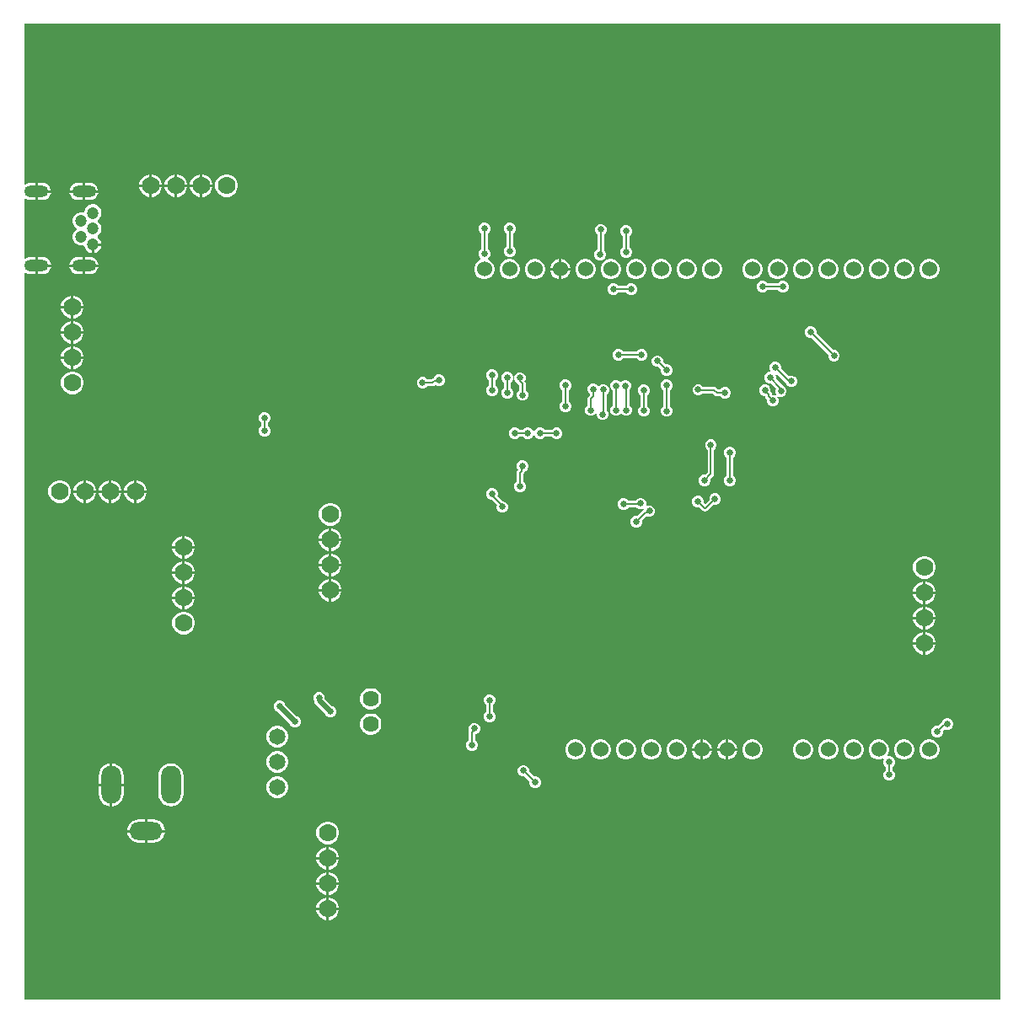
<source format=gbl>
G04*
G04 #@! TF.GenerationSoftware,Altium Limited,Altium Designer,24.1.2 (44)*
G04*
G04 Layer_Physical_Order=2*
G04 Layer_Color=16711680*
%FSLAX44Y44*%
%MOMM*%
G71*
G04*
G04 #@! TF.SameCoordinates,A56E43B2-B914-4F06-BF03-FB78D576DE16*
G04*
G04*
G04 #@! TF.FilePolarity,Positive*
G04*
G01*
G75*
%ADD12C,0.5080*%
%ADD14C,0.1524*%
%ADD50O,2.4000X1.2000*%
%ADD51C,1.2000*%
%ADD52C,1.7780*%
%ADD53C,1.6200*%
%ADD54C,1.6500*%
%ADD55C,1.5240*%
%ADD56O,2.0000X3.8000*%
%ADD57O,3.3000X1.8000*%
%ADD58C,0.6350*%
G36*
X985421Y5179D02*
X5179D01*
Y317500D01*
Y735035D01*
X6449Y735662D01*
X7155Y735121D01*
X9232Y734260D01*
X11461Y733967D01*
X16192D01*
Y742580D01*
Y751194D01*
X11461D01*
X9232Y750901D01*
X7155Y750040D01*
X6449Y749499D01*
X5179Y750125D01*
Y809435D01*
X6449Y810061D01*
X7155Y809520D01*
X9232Y808659D01*
X11461Y808366D01*
X16192D01*
Y816980D01*
Y825593D01*
X11461D01*
X9232Y825300D01*
X7155Y824439D01*
X6449Y823898D01*
X5179Y824525D01*
Y985421D01*
X985421D01*
Y5179D01*
D02*
G37*
%LPC*%
G36*
X184385Y834390D02*
X184150D01*
Y824230D01*
X194310D01*
Y824465D01*
X193531Y827372D01*
X192026Y829978D01*
X189898Y832106D01*
X187292Y833611D01*
X184385Y834390D01*
D02*
G37*
G36*
X158985D02*
X158750D01*
Y824230D01*
X168910D01*
Y824465D01*
X168131Y827372D01*
X166626Y829978D01*
X164498Y832106D01*
X161892Y833611D01*
X158985Y834390D01*
D02*
G37*
G36*
X133585D02*
X133350D01*
Y824230D01*
X143510D01*
Y824465D01*
X142731Y827372D01*
X141226Y829978D01*
X139098Y832106D01*
X136492Y833611D01*
X133585Y834390D01*
D02*
G37*
G36*
X181610D02*
X181375D01*
X178468Y833611D01*
X175862Y832106D01*
X173734Y829978D01*
X172229Y827372D01*
X171450Y824465D01*
Y824230D01*
X181610D01*
Y834390D01*
D02*
G37*
G36*
X156210D02*
X155975D01*
X153068Y833611D01*
X150462Y832106D01*
X148334Y829978D01*
X146829Y827372D01*
X146050Y824465D01*
Y824230D01*
X156210D01*
Y834390D01*
D02*
G37*
G36*
X130810D02*
X130575D01*
X127668Y833611D01*
X125062Y832106D01*
X122934Y829978D01*
X121429Y827372D01*
X120650Y824465D01*
Y824230D01*
X130810D01*
Y834390D01*
D02*
G37*
G36*
X70961Y825593D02*
X66231D01*
Y818250D01*
X79408D01*
X79282Y819209D01*
X78421Y821286D01*
X77052Y823070D01*
X75268Y824439D01*
X73191Y825300D01*
X70961Y825593D01*
D02*
G37*
G36*
X23461D02*
X18731D01*
Y818250D01*
X31908D01*
X31782Y819209D01*
X30921Y821286D01*
X29552Y823070D01*
X27768Y824439D01*
X25691Y825300D01*
X23461Y825593D01*
D02*
G37*
G36*
X63692D02*
X58962D01*
X56732Y825300D01*
X54655Y824439D01*
X52871Y823070D01*
X51502Y821286D01*
X50641Y819209D01*
X50515Y818250D01*
X63692D01*
Y825593D01*
D02*
G37*
G36*
X209785Y834390D02*
X206775D01*
X203868Y833611D01*
X201262Y832106D01*
X199134Y829978D01*
X197629Y827372D01*
X196850Y824465D01*
Y821455D01*
X197629Y818548D01*
X199134Y815942D01*
X201262Y813814D01*
X203868Y812309D01*
X206775Y811530D01*
X209785D01*
X212692Y812309D01*
X215298Y813814D01*
X217426Y815942D01*
X218931Y818548D01*
X219710Y821455D01*
Y824465D01*
X218931Y827372D01*
X217426Y829978D01*
X215298Y832106D01*
X212692Y833611D01*
X209785Y834390D01*
D02*
G37*
G36*
X194310Y821690D02*
X184150D01*
Y811530D01*
X184385D01*
X187292Y812309D01*
X189898Y813814D01*
X192026Y815942D01*
X193531Y818548D01*
X194310Y821455D01*
Y821690D01*
D02*
G37*
G36*
X181610D02*
X171450D01*
Y821455D01*
X172229Y818548D01*
X173734Y815942D01*
X175862Y813814D01*
X178468Y812309D01*
X181375Y811530D01*
X181610D01*
Y821690D01*
D02*
G37*
G36*
X168910D02*
X158750D01*
Y811530D01*
X158985D01*
X161892Y812309D01*
X164498Y813814D01*
X166626Y815942D01*
X168131Y818548D01*
X168910Y821455D01*
Y821690D01*
D02*
G37*
G36*
X156210D02*
X146050D01*
Y821455D01*
X146829Y818548D01*
X148334Y815942D01*
X150462Y813814D01*
X153068Y812309D01*
X155975Y811530D01*
X156210D01*
Y821690D01*
D02*
G37*
G36*
X143510D02*
X133350D01*
Y811530D01*
X133585D01*
X136492Y812309D01*
X139098Y813814D01*
X141226Y815942D01*
X142731Y818548D01*
X143510Y821455D01*
Y821690D01*
D02*
G37*
G36*
X130810D02*
X120650D01*
Y821455D01*
X121429Y818548D01*
X122934Y815942D01*
X125062Y813814D01*
X127668Y812309D01*
X130575Y811530D01*
X130810D01*
Y821690D01*
D02*
G37*
G36*
X79408Y815710D02*
X66231D01*
Y808366D01*
X70961D01*
X73191Y808659D01*
X75268Y809520D01*
X77052Y810889D01*
X78421Y812673D01*
X79282Y814750D01*
X79408Y815710D01*
D02*
G37*
G36*
X63692D02*
X50515D01*
X50641Y814750D01*
X51502Y812673D01*
X52871Y810889D01*
X54655Y809520D01*
X56732Y808659D01*
X58962Y808366D01*
X63692D01*
Y815710D01*
D02*
G37*
G36*
X31908D02*
X18731D01*
Y808366D01*
X23461D01*
X25691Y808659D01*
X27768Y809520D01*
X29552Y810889D01*
X30921Y812673D01*
X31782Y814750D01*
X31908Y815710D01*
D02*
G37*
G36*
X75103Y804120D02*
X72854D01*
X70682Y803538D01*
X68735Y802414D01*
X67145Y800824D01*
X66020Y798876D01*
X65438Y796704D01*
X64169Y795826D01*
X63066Y796122D01*
X60817D01*
X58645Y795540D01*
X56698Y794415D01*
X55108Y792825D01*
X53983Y790878D01*
X53401Y788706D01*
Y786457D01*
X53983Y784285D01*
X55108Y782338D01*
X56698Y780748D01*
X57447Y780315D01*
Y778849D01*
X56698Y778416D01*
X55108Y776826D01*
X53983Y774878D01*
X53401Y772707D01*
Y770458D01*
X53983Y768286D01*
X55108Y766339D01*
X56698Y764749D01*
X58645Y763624D01*
X60817Y763042D01*
X63066D01*
X64169Y763338D01*
X65438Y762457D01*
X66020Y760285D01*
X67145Y758337D01*
X68735Y756748D01*
X70682Y755623D01*
X72709Y755080D01*
Y763581D01*
X73979D01*
Y764851D01*
X82479D01*
X81937Y766878D01*
X80812Y768825D01*
X79222Y770415D01*
X78473Y770848D01*
Y772314D01*
X79222Y772747D01*
X80812Y774337D01*
X81937Y776284D01*
X82519Y778456D01*
Y780705D01*
X81937Y782877D01*
X80812Y784824D01*
X79222Y786414D01*
X78473Y786847D01*
Y788314D01*
X79222Y788746D01*
X80812Y790336D01*
X81937Y792284D01*
X82519Y794456D01*
Y796704D01*
X81937Y798876D01*
X80812Y800824D01*
X79222Y802414D01*
X77275Y803538D01*
X75103Y804120D01*
D02*
G37*
G36*
X82479Y762311D02*
X75248D01*
Y755080D01*
X77275Y755623D01*
X79222Y756748D01*
X80812Y758337D01*
X81937Y760285D01*
X82479Y762311D01*
D02*
G37*
G36*
X493897Y785495D02*
X491623D01*
X489523Y784625D01*
X487915Y783017D01*
X487045Y780917D01*
Y778643D01*
X487915Y776543D01*
X489393Y775064D01*
Y761636D01*
X487915Y760157D01*
X487045Y758057D01*
Y755783D01*
X487915Y753683D01*
X489523Y752075D01*
X491623Y751205D01*
X493897D01*
X495997Y752075D01*
X497605Y753683D01*
X498475Y755783D01*
Y758057D01*
X497605Y760157D01*
X496127Y761636D01*
Y775064D01*
X497605Y776543D01*
X498475Y778643D01*
Y780917D01*
X497605Y783017D01*
X495997Y784625D01*
X493897Y785495D01*
D02*
G37*
G36*
X610737Y782955D02*
X608463D01*
X606363Y782085D01*
X604755Y780477D01*
X603885Y778377D01*
Y776103D01*
X604755Y774003D01*
X606233Y772524D01*
Y760873D01*
X604755Y759395D01*
X603885Y757295D01*
Y755021D01*
X604755Y752921D01*
X606363Y751313D01*
X608463Y750443D01*
X610737D01*
X612837Y751313D01*
X614445Y752921D01*
X615315Y755021D01*
Y757295D01*
X614445Y759395D01*
X612967Y760873D01*
Y772524D01*
X614445Y774003D01*
X615315Y776103D01*
Y778377D01*
X614445Y780477D01*
X612837Y782085D01*
X610737Y782955D01*
D02*
G37*
G36*
X585337Y784479D02*
X583063D01*
X580963Y783609D01*
X579355Y782001D01*
X578485Y779901D01*
Y777627D01*
X579355Y775527D01*
X580833Y774048D01*
Y758725D01*
X580201Y758463D01*
X578593Y756855D01*
X577723Y754755D01*
Y752481D01*
X578593Y750381D01*
X580201Y748773D01*
X582301Y747903D01*
X584575D01*
X586675Y748773D01*
X588283Y750381D01*
X589153Y752481D01*
Y754755D01*
X588283Y756855D01*
X587567Y757571D01*
Y774048D01*
X589045Y775527D01*
X589915Y777627D01*
Y779901D01*
X589045Y782001D01*
X587437Y783609D01*
X585337Y784479D01*
D02*
G37*
G36*
X70961Y751194D02*
X66231D01*
Y743850D01*
X79408D01*
X79282Y744810D01*
X78421Y746887D01*
X77052Y748671D01*
X75268Y750040D01*
X73191Y750901D01*
X70961Y751194D01*
D02*
G37*
G36*
X23461D02*
X18731D01*
Y743850D01*
X31908D01*
X31782Y744810D01*
X30921Y746887D01*
X29552Y748671D01*
X27768Y750040D01*
X25691Y750901D01*
X23461Y751194D01*
D02*
G37*
G36*
X63692D02*
X58962D01*
X56732Y750901D01*
X54655Y750040D01*
X52871Y748671D01*
X51502Y746887D01*
X50641Y744810D01*
X50515Y743850D01*
X63692D01*
Y751194D01*
D02*
G37*
G36*
X544898Y749300D02*
X544830D01*
Y740410D01*
X553720D01*
Y740478D01*
X553028Y743062D01*
X551690Y745378D01*
X549798Y747270D01*
X547482Y748608D01*
X544898Y749300D01*
D02*
G37*
G36*
X542290D02*
X542222D01*
X539638Y748608D01*
X537322Y747270D01*
X535430Y745378D01*
X534092Y743062D01*
X533400Y740478D01*
Y740410D01*
X542290D01*
Y749300D01*
D02*
G37*
G36*
X79408Y741310D02*
X66231D01*
Y733967D01*
X70961D01*
X73191Y734260D01*
X75268Y735121D01*
X77052Y736490D01*
X78421Y738274D01*
X79282Y740351D01*
X79408Y741310D01*
D02*
G37*
G36*
X63692D02*
X50515D01*
X50641Y740351D01*
X51502Y738274D01*
X52871Y736490D01*
X54655Y735121D01*
X56732Y734260D01*
X58962Y733967D01*
X63692D01*
Y741310D01*
D02*
G37*
G36*
X31908D02*
X18731D01*
Y733967D01*
X23461D01*
X25691Y734260D01*
X27768Y735121D01*
X29552Y736490D01*
X30921Y738274D01*
X31782Y740351D01*
X31908Y741310D01*
D02*
G37*
G36*
X915738Y749300D02*
X913062D01*
X910478Y748608D01*
X908162Y747270D01*
X906270Y745378D01*
X904932Y743062D01*
X904240Y740478D01*
Y737802D01*
X904932Y735218D01*
X906270Y732902D01*
X908162Y731010D01*
X910478Y729672D01*
X913062Y728980D01*
X915738D01*
X918322Y729672D01*
X920638Y731010D01*
X922530Y732902D01*
X923868Y735218D01*
X924560Y737802D01*
Y740478D01*
X923868Y743062D01*
X922530Y745378D01*
X920638Y747270D01*
X918322Y748608D01*
X915738Y749300D01*
D02*
G37*
G36*
X890338D02*
X887662D01*
X885078Y748608D01*
X882762Y747270D01*
X880870Y745378D01*
X879532Y743062D01*
X878840Y740478D01*
Y737802D01*
X879532Y735218D01*
X880870Y732902D01*
X882762Y731010D01*
X885078Y729672D01*
X887662Y728980D01*
X890338D01*
X892922Y729672D01*
X895238Y731010D01*
X897130Y732902D01*
X898468Y735218D01*
X899160Y737802D01*
Y740478D01*
X898468Y743062D01*
X897130Y745378D01*
X895238Y747270D01*
X892922Y748608D01*
X890338Y749300D01*
D02*
G37*
G36*
X864938D02*
X862262D01*
X859678Y748608D01*
X857362Y747270D01*
X855470Y745378D01*
X854132Y743062D01*
X853440Y740478D01*
Y737802D01*
X854132Y735218D01*
X855470Y732902D01*
X857362Y731010D01*
X859678Y729672D01*
X862262Y728980D01*
X864938D01*
X867522Y729672D01*
X869838Y731010D01*
X871730Y732902D01*
X873068Y735218D01*
X873760Y737802D01*
Y740478D01*
X873068Y743062D01*
X871730Y745378D01*
X869838Y747270D01*
X867522Y748608D01*
X864938Y749300D01*
D02*
G37*
G36*
X839538D02*
X836862D01*
X834278Y748608D01*
X831962Y747270D01*
X830070Y745378D01*
X828732Y743062D01*
X828040Y740478D01*
Y737802D01*
X828732Y735218D01*
X830070Y732902D01*
X831962Y731010D01*
X834278Y729672D01*
X836862Y728980D01*
X839538D01*
X842122Y729672D01*
X844438Y731010D01*
X846330Y732902D01*
X847668Y735218D01*
X848360Y737802D01*
Y740478D01*
X847668Y743062D01*
X846330Y745378D01*
X844438Y747270D01*
X842122Y748608D01*
X839538Y749300D01*
D02*
G37*
G36*
X814138D02*
X811462D01*
X808878Y748608D01*
X806562Y747270D01*
X804670Y745378D01*
X803332Y743062D01*
X802640Y740478D01*
Y737802D01*
X803332Y735218D01*
X804670Y732902D01*
X806562Y731010D01*
X808878Y729672D01*
X811462Y728980D01*
X814138D01*
X816722Y729672D01*
X819038Y731010D01*
X820930Y732902D01*
X822268Y735218D01*
X822960Y737802D01*
Y740478D01*
X822268Y743062D01*
X820930Y745378D01*
X819038Y747270D01*
X816722Y748608D01*
X814138Y749300D01*
D02*
G37*
G36*
X788738D02*
X786062D01*
X783478Y748608D01*
X781162Y747270D01*
X779270Y745378D01*
X777932Y743062D01*
X777240Y740478D01*
Y737802D01*
X777932Y735218D01*
X779270Y732902D01*
X781162Y731010D01*
X783478Y729672D01*
X786062Y728980D01*
X788738D01*
X791322Y729672D01*
X793638Y731010D01*
X795530Y732902D01*
X796868Y735218D01*
X797560Y737802D01*
Y740478D01*
X796868Y743062D01*
X795530Y745378D01*
X793638Y747270D01*
X791322Y748608D01*
X788738Y749300D01*
D02*
G37*
G36*
X763338D02*
X760662D01*
X758078Y748608D01*
X755762Y747270D01*
X753870Y745378D01*
X752532Y743062D01*
X751840Y740478D01*
Y737802D01*
X752532Y735218D01*
X753870Y732902D01*
X755762Y731010D01*
X758078Y729672D01*
X760662Y728980D01*
X763338D01*
X765922Y729672D01*
X768238Y731010D01*
X770130Y732902D01*
X771468Y735218D01*
X772160Y737802D01*
Y740478D01*
X771468Y743062D01*
X770130Y745378D01*
X768238Y747270D01*
X765922Y748608D01*
X763338Y749300D01*
D02*
G37*
G36*
X737938D02*
X735262D01*
X732678Y748608D01*
X730362Y747270D01*
X728470Y745378D01*
X727132Y743062D01*
X726440Y740478D01*
Y737802D01*
X727132Y735218D01*
X728470Y732902D01*
X730362Y731010D01*
X732678Y729672D01*
X735262Y728980D01*
X737938D01*
X740522Y729672D01*
X742838Y731010D01*
X744730Y732902D01*
X746068Y735218D01*
X746760Y737802D01*
Y740478D01*
X746068Y743062D01*
X744730Y745378D01*
X742838Y747270D01*
X740522Y748608D01*
X737938Y749300D01*
D02*
G37*
G36*
X697298D02*
X694622D01*
X692038Y748608D01*
X689722Y747270D01*
X687830Y745378D01*
X686492Y743062D01*
X685800Y740478D01*
Y737802D01*
X686492Y735218D01*
X687830Y732902D01*
X689722Y731010D01*
X692038Y729672D01*
X694622Y728980D01*
X697298D01*
X699882Y729672D01*
X702198Y731010D01*
X704090Y732902D01*
X705428Y735218D01*
X706120Y737802D01*
Y740478D01*
X705428Y743062D01*
X704090Y745378D01*
X702198Y747270D01*
X699882Y748608D01*
X697298Y749300D01*
D02*
G37*
G36*
X671898D02*
X669222D01*
X666638Y748608D01*
X664322Y747270D01*
X662430Y745378D01*
X661092Y743062D01*
X660400Y740478D01*
Y737802D01*
X661092Y735218D01*
X662430Y732902D01*
X664322Y731010D01*
X666638Y729672D01*
X669222Y728980D01*
X671898D01*
X674482Y729672D01*
X676798Y731010D01*
X678690Y732902D01*
X680028Y735218D01*
X680720Y737802D01*
Y740478D01*
X680028Y743062D01*
X678690Y745378D01*
X676798Y747270D01*
X674482Y748608D01*
X671898Y749300D01*
D02*
G37*
G36*
X646498D02*
X643822D01*
X641238Y748608D01*
X638922Y747270D01*
X637030Y745378D01*
X635692Y743062D01*
X635000Y740478D01*
Y737802D01*
X635692Y735218D01*
X637030Y732902D01*
X638922Y731010D01*
X641238Y729672D01*
X643822Y728980D01*
X646498D01*
X649082Y729672D01*
X651398Y731010D01*
X653290Y732902D01*
X654628Y735218D01*
X655320Y737802D01*
Y740478D01*
X654628Y743062D01*
X653290Y745378D01*
X651398Y747270D01*
X649082Y748608D01*
X646498Y749300D01*
D02*
G37*
G36*
X621098D02*
X618422D01*
X615838Y748608D01*
X613522Y747270D01*
X611630Y745378D01*
X610292Y743062D01*
X609600Y740478D01*
Y737802D01*
X610292Y735218D01*
X611630Y732902D01*
X613522Y731010D01*
X615838Y729672D01*
X618422Y728980D01*
X621098D01*
X623682Y729672D01*
X625998Y731010D01*
X627890Y732902D01*
X629228Y735218D01*
X629920Y737802D01*
Y740478D01*
X629228Y743062D01*
X627890Y745378D01*
X625998Y747270D01*
X623682Y748608D01*
X621098Y749300D01*
D02*
G37*
G36*
X595698D02*
X593022D01*
X590438Y748608D01*
X588122Y747270D01*
X586230Y745378D01*
X584892Y743062D01*
X584200Y740478D01*
Y737802D01*
X584892Y735218D01*
X586230Y732902D01*
X588122Y731010D01*
X590438Y729672D01*
X593022Y728980D01*
X595698D01*
X598282Y729672D01*
X600598Y731010D01*
X602490Y732902D01*
X603828Y735218D01*
X604520Y737802D01*
Y740478D01*
X603828Y743062D01*
X602490Y745378D01*
X600598Y747270D01*
X598282Y748608D01*
X595698Y749300D01*
D02*
G37*
G36*
X570298D02*
X567622D01*
X565038Y748608D01*
X562722Y747270D01*
X560830Y745378D01*
X559492Y743062D01*
X558800Y740478D01*
Y737802D01*
X559492Y735218D01*
X560830Y732902D01*
X562722Y731010D01*
X565038Y729672D01*
X567622Y728980D01*
X570298D01*
X572882Y729672D01*
X575198Y731010D01*
X577090Y732902D01*
X578428Y735218D01*
X579120Y737802D01*
Y740478D01*
X578428Y743062D01*
X577090Y745378D01*
X575198Y747270D01*
X572882Y748608D01*
X570298Y749300D01*
D02*
G37*
G36*
X553720Y737870D02*
X544830D01*
Y728980D01*
X544898D01*
X547482Y729672D01*
X549798Y731010D01*
X551690Y732902D01*
X553028Y735218D01*
X553720Y737802D01*
Y737870D01*
D02*
G37*
G36*
X542290D02*
X533400D01*
Y737802D01*
X534092Y735218D01*
X535430Y732902D01*
X537322Y731010D01*
X539638Y729672D01*
X542222Y728980D01*
X542290D01*
Y737870D01*
D02*
G37*
G36*
X519498Y749300D02*
X516822D01*
X514238Y748608D01*
X511922Y747270D01*
X510030Y745378D01*
X508692Y743062D01*
X508000Y740478D01*
Y737802D01*
X508692Y735218D01*
X510030Y732902D01*
X511922Y731010D01*
X514238Y729672D01*
X516822Y728980D01*
X519498D01*
X522082Y729672D01*
X524398Y731010D01*
X526290Y732902D01*
X527628Y735218D01*
X528320Y737802D01*
Y740478D01*
X527628Y743062D01*
X526290Y745378D01*
X524398Y747270D01*
X522082Y748608D01*
X519498Y749300D01*
D02*
G37*
G36*
X494098D02*
X491422D01*
X488838Y748608D01*
X486522Y747270D01*
X484630Y745378D01*
X483292Y743062D01*
X482600Y740478D01*
Y737802D01*
X483292Y735218D01*
X484630Y732902D01*
X486522Y731010D01*
X488838Y729672D01*
X491422Y728980D01*
X494098D01*
X496682Y729672D01*
X498998Y731010D01*
X500890Y732902D01*
X502228Y735218D01*
X502920Y737802D01*
Y740478D01*
X502228Y743062D01*
X500890Y745378D01*
X498998Y747270D01*
X496682Y748608D01*
X494098Y749300D01*
D02*
G37*
G36*
X468497Y785495D02*
X466223D01*
X464123Y784625D01*
X462515Y783017D01*
X461645Y780917D01*
Y778643D01*
X462515Y776543D01*
X463993Y775064D01*
Y759096D01*
X462515Y757617D01*
X461645Y755517D01*
Y753243D01*
X462515Y751143D01*
X463673Y749985D01*
X463455Y748702D01*
X463379Y748573D01*
X461122Y747270D01*
X459230Y745378D01*
X457892Y743062D01*
X457200Y740478D01*
Y737802D01*
X457892Y735218D01*
X459230Y732902D01*
X461122Y731010D01*
X463438Y729672D01*
X466022Y728980D01*
X468698D01*
X471282Y729672D01*
X473598Y731010D01*
X475490Y732902D01*
X476828Y735218D01*
X477520Y737802D01*
Y740478D01*
X476828Y743062D01*
X475490Y745378D01*
X473598Y747270D01*
X471341Y748573D01*
X471265Y748702D01*
X471047Y749985D01*
X472205Y751143D01*
X473075Y753243D01*
Y755517D01*
X472205Y757617D01*
X470727Y759096D01*
Y775064D01*
X472205Y776543D01*
X473075Y778643D01*
Y780917D01*
X472205Y783017D01*
X470597Y784625D01*
X468497Y785495D01*
D02*
G37*
G36*
X768217Y727075D02*
X765943D01*
X763843Y726205D01*
X762365Y724727D01*
X751476D01*
X749997Y726205D01*
X747897Y727075D01*
X745623D01*
X743523Y726205D01*
X741915Y724597D01*
X741045Y722497D01*
Y720223D01*
X741915Y718123D01*
X743523Y716515D01*
X745623Y715645D01*
X747897D01*
X749997Y716515D01*
X751476Y717993D01*
X762365D01*
X763843Y716515D01*
X765943Y715645D01*
X768217D01*
X770317Y716515D01*
X771925Y718123D01*
X772795Y720223D01*
Y722497D01*
X771925Y724597D01*
X770317Y726205D01*
X768217Y727075D01*
D02*
G37*
G36*
X615817Y724535D02*
X613543D01*
X611443Y723665D01*
X609964Y722187D01*
X601615D01*
X600137Y723665D01*
X598037Y724535D01*
X595763D01*
X593663Y723665D01*
X592055Y722057D01*
X591185Y719957D01*
Y717683D01*
X592055Y715583D01*
X593663Y713975D01*
X595763Y713105D01*
X598037D01*
X600137Y713975D01*
X601615Y715453D01*
X609964D01*
X611443Y713975D01*
X613543Y713105D01*
X615817D01*
X617917Y713975D01*
X619525Y715583D01*
X620395Y717683D01*
Y719957D01*
X619525Y722057D01*
X617917Y723665D01*
X615817Y724535D01*
D02*
G37*
G36*
X54845Y712470D02*
X54610D01*
Y702310D01*
X64770D01*
Y702545D01*
X63991Y705452D01*
X62486Y708058D01*
X60358Y710186D01*
X57752Y711691D01*
X54845Y712470D01*
D02*
G37*
G36*
X52070D02*
X51835D01*
X48928Y711691D01*
X46322Y710186D01*
X44194Y708058D01*
X42689Y705452D01*
X41910Y702545D01*
Y702310D01*
X52070D01*
Y712470D01*
D02*
G37*
G36*
X64770Y699770D02*
X54610D01*
Y689610D01*
X54845D01*
X57752Y690389D01*
X60358Y691894D01*
X62486Y694022D01*
X63991Y696628D01*
X64770Y699535D01*
Y699770D01*
D02*
G37*
G36*
X52070D02*
X41910D01*
Y699535D01*
X42689Y696628D01*
X44194Y694022D01*
X46322Y691894D01*
X48928Y690389D01*
X51835Y689610D01*
X52070D01*
Y699770D01*
D02*
G37*
G36*
X54845Y687070D02*
X54610D01*
Y676910D01*
X64770D01*
Y677145D01*
X63991Y680052D01*
X62486Y682658D01*
X60358Y684786D01*
X57752Y686291D01*
X54845Y687070D01*
D02*
G37*
G36*
X52070D02*
X51835D01*
X48928Y686291D01*
X46322Y684786D01*
X44194Y682658D01*
X42689Y680052D01*
X41910Y677145D01*
Y676910D01*
X52070D01*
Y687070D01*
D02*
G37*
G36*
X64770Y674370D02*
X54610D01*
Y664210D01*
X54845D01*
X57752Y664989D01*
X60358Y666494D01*
X62486Y668622D01*
X63991Y671228D01*
X64770Y674135D01*
Y674370D01*
D02*
G37*
G36*
X52070D02*
X41910D01*
Y674135D01*
X42689Y671228D01*
X44194Y668622D01*
X46322Y666494D01*
X48928Y664989D01*
X51835Y664210D01*
X52070D01*
Y674370D01*
D02*
G37*
G36*
X54845Y661670D02*
X54610D01*
Y651510D01*
X64770D01*
Y651745D01*
X63991Y654652D01*
X62486Y657258D01*
X60358Y659386D01*
X57752Y660891D01*
X54845Y661670D01*
D02*
G37*
G36*
X52070D02*
X51835D01*
X48928Y660891D01*
X46322Y659386D01*
X44194Y657258D01*
X42689Y654652D01*
X41910Y651745D01*
Y651510D01*
X52070D01*
Y661670D01*
D02*
G37*
G36*
X603083Y658731D02*
X600810D01*
X598709Y657861D01*
X597102Y656254D01*
X596231Y654153D01*
Y651880D01*
X597102Y649779D01*
X598709Y648171D01*
X600810Y647301D01*
X603083D01*
X605184Y648171D01*
X606172Y649159D01*
X620741D01*
X621965Y647935D01*
X624065Y647065D01*
X626339D01*
X628439Y647935D01*
X630047Y649543D01*
X630917Y651643D01*
Y653917D01*
X630047Y656017D01*
X628439Y657625D01*
X626339Y658495D01*
X624065D01*
X621965Y657625D01*
X620357Y656017D01*
X620305Y655893D01*
X606941D01*
X606791Y656254D01*
X605184Y657861D01*
X603083Y658731D01*
D02*
G37*
G36*
X796157Y681355D02*
X793883D01*
X791783Y680485D01*
X790175Y678877D01*
X789305Y676777D01*
Y674503D01*
X790175Y672403D01*
X791783Y670795D01*
X793883Y669925D01*
X795974D01*
X812833Y653065D01*
Y650975D01*
X813703Y648875D01*
X815311Y647267D01*
X817411Y646397D01*
X819685D01*
X821786Y647267D01*
X823393Y648875D01*
X824263Y650975D01*
Y653249D01*
X823393Y655349D01*
X821786Y656957D01*
X819685Y657827D01*
X817595D01*
X800735Y674686D01*
Y676777D01*
X799865Y678877D01*
X798257Y680485D01*
X796157Y681355D01*
D02*
G37*
G36*
X64770Y648970D02*
X54610D01*
Y638810D01*
X54845D01*
X57752Y639589D01*
X60358Y641094D01*
X62486Y643222D01*
X63991Y645828D01*
X64770Y648735D01*
Y648970D01*
D02*
G37*
G36*
X52070D02*
X41910D01*
Y648735D01*
X42689Y645828D01*
X44194Y643222D01*
X46322Y641094D01*
X48928Y639589D01*
X51835Y638810D01*
X52070D01*
Y648970D01*
D02*
G37*
G36*
X642217Y652415D02*
X639943D01*
X637843Y651545D01*
X636235Y649937D01*
X635365Y647837D01*
Y645563D01*
X636235Y643463D01*
X637843Y641855D01*
X639943Y640985D01*
X642034D01*
X644525Y638494D01*
Y636403D01*
X645395Y634303D01*
X647003Y632695D01*
X649103Y631825D01*
X651377D01*
X653477Y632695D01*
X655085Y634303D01*
X655955Y636403D01*
Y638677D01*
X655085Y640777D01*
X653477Y642385D01*
X651377Y643255D01*
X649286D01*
X646795Y645746D01*
Y647837D01*
X645925Y649937D01*
X644317Y651545D01*
X642217Y652415D01*
D02*
G37*
G36*
X422777Y633095D02*
X420503D01*
X418403Y632225D01*
X416795Y630617D01*
X416415Y629700D01*
X415745Y629567D01*
X414653Y628837D01*
X414022Y628207D01*
X409846D01*
X408367Y629685D01*
X406267Y630555D01*
X403993D01*
X401893Y629685D01*
X400285Y628077D01*
X399415Y625977D01*
Y623703D01*
X400285Y621603D01*
X401893Y619995D01*
X403993Y619125D01*
X406267D01*
X408367Y619995D01*
X409846Y621473D01*
X415417D01*
X416705Y621730D01*
X417798Y622459D01*
X418138Y622800D01*
X418403Y622535D01*
X420503Y621665D01*
X422777D01*
X424877Y622535D01*
X426485Y624143D01*
X427355Y626243D01*
Y628517D01*
X426485Y630617D01*
X424877Y632225D01*
X422777Y633095D01*
D02*
G37*
G36*
X609975Y627634D02*
X607701D01*
X605601Y626764D01*
X604139Y625302D01*
X602677Y626764D01*
X600577Y627634D01*
X598303D01*
X596203Y626764D01*
X594595Y625156D01*
X593725Y623056D01*
Y620782D01*
X594595Y618682D01*
X596073Y617203D01*
Y601996D01*
X594595Y600518D01*
X593725Y598418D01*
Y596144D01*
X594595Y594044D01*
X596203Y592436D01*
X598303Y591566D01*
X600577D01*
X602677Y592436D01*
X603690Y593449D01*
X604520Y593912D01*
X605350Y593449D01*
X606363Y592436D01*
X608463Y591566D01*
X610737D01*
X612837Y592436D01*
X614445Y594044D01*
X615315Y596144D01*
Y598418D01*
X614445Y600518D01*
X612967Y601996D01*
Y617966D01*
X613683Y618682D01*
X614553Y620782D01*
Y623056D01*
X613683Y625156D01*
X612075Y626764D01*
X609975Y627634D01*
D02*
G37*
G36*
X760597Y645795D02*
X758323D01*
X756223Y644925D01*
X754615Y643317D01*
X753745Y641217D01*
Y638943D01*
X754615Y636843D01*
X754027Y635635D01*
X753243D01*
X751143Y634765D01*
X749535Y633157D01*
X748665Y631057D01*
Y628783D01*
X749535Y626683D01*
X751143Y625075D01*
X753243Y624205D01*
X755334D01*
X760119Y619420D01*
X759428Y617753D01*
Y615480D01*
X760299Y613379D01*
X760735Y612943D01*
X760015Y611866D01*
X758223Y612609D01*
X756285D01*
Y613116D01*
X756029Y614404D01*
X755299Y615496D01*
X754823Y615972D01*
X754911Y616187D01*
Y618460D01*
X754042Y620561D01*
X752434Y622168D01*
X750333Y623038D01*
X748060D01*
X745959Y622168D01*
X744352Y620561D01*
X743482Y618460D01*
Y616187D01*
X744352Y614086D01*
X745959Y612478D01*
X748060Y611609D01*
X749552D01*
Y611062D01*
X749808Y609773D01*
X750538Y608681D01*
X751371Y607847D01*
Y605757D01*
X752241Y603656D01*
X753849Y602049D01*
X755950Y601179D01*
X758223D01*
X760324Y602049D01*
X761931Y603656D01*
X762801Y605757D01*
Y608030D01*
X761931Y610131D01*
X761495Y610567D01*
X762214Y611644D01*
X764007Y610901D01*
X766280D01*
X768381Y611772D01*
X769988Y613379D01*
X770859Y615480D01*
Y617753D01*
X769988Y619854D01*
X768381Y621461D01*
X766843Y622099D01*
X766601Y622461D01*
X760095Y628966D01*
Y631057D01*
X759546Y632383D01*
X760305Y633736D01*
X760956Y633823D01*
X769793Y624986D01*
X770155Y624744D01*
X770792Y623205D01*
X772400Y621598D01*
X774500Y620728D01*
X776774D01*
X778875Y621598D01*
X780482Y623205D01*
X781352Y625306D01*
Y627580D01*
X780482Y629680D01*
X778875Y631288D01*
X776774Y632158D01*
X774500D01*
X772834Y631467D01*
X765175Y639126D01*
Y641217D01*
X764305Y643317D01*
X762697Y644925D01*
X760597Y645795D01*
D02*
G37*
G36*
X54845Y636270D02*
X51835D01*
X48928Y635491D01*
X46322Y633986D01*
X44194Y631858D01*
X42689Y629252D01*
X41910Y626345D01*
Y623335D01*
X42689Y620428D01*
X44194Y617822D01*
X46322Y615694D01*
X48928Y614189D01*
X51835Y613410D01*
X54845D01*
X57752Y614189D01*
X60358Y615694D01*
X62486Y617822D01*
X63991Y620428D01*
X64770Y623335D01*
Y626345D01*
X63991Y629252D01*
X62486Y631858D01*
X60358Y633986D01*
X57752Y635491D01*
X54845Y636270D01*
D02*
G37*
G36*
X476117Y638175D02*
X473843D01*
X471743Y637305D01*
X470135Y635697D01*
X469265Y633597D01*
Y631323D01*
X470135Y629223D01*
X471613Y627744D01*
Y621936D01*
X470135Y620457D01*
X469265Y618357D01*
Y616083D01*
X470135Y613983D01*
X471743Y612375D01*
X473843Y611505D01*
X476117D01*
X478217Y612375D01*
X479825Y613983D01*
X480695Y616083D01*
Y618357D01*
X479825Y620457D01*
X478347Y621936D01*
Y627744D01*
X479825Y629223D01*
X480695Y631323D01*
Y633597D01*
X479825Y635697D01*
X478217Y637305D01*
X476117Y638175D01*
D02*
G37*
G36*
X683127Y623570D02*
X680853D01*
X678753Y622700D01*
X677145Y621092D01*
X676275Y618992D01*
Y616718D01*
X677145Y614618D01*
X678753Y613010D01*
X680853Y612140D01*
X683127D01*
X685227Y613010D01*
X686388Y614171D01*
X696788D01*
X698532Y612426D01*
X699625Y611697D01*
X700913Y611440D01*
X704319D01*
X705797Y609962D01*
X707897Y609092D01*
X710171D01*
X712271Y609962D01*
X713879Y611570D01*
X714749Y613670D01*
Y615944D01*
X713879Y618044D01*
X712271Y619652D01*
X710171Y620522D01*
X707897D01*
X705797Y619652D01*
X704319Y618174D01*
X702308D01*
X700563Y619918D01*
X699471Y620648D01*
X698183Y620904D01*
X686913D01*
X686835Y621092D01*
X685227Y622700D01*
X683127Y623570D01*
D02*
G37*
G36*
X491357Y635635D02*
X489083D01*
X486983Y634765D01*
X485375Y633157D01*
X484505Y631057D01*
Y628783D01*
X485375Y626683D01*
X486853Y625205D01*
Y619395D01*
X485375Y617917D01*
X484505Y615817D01*
Y613543D01*
X485375Y611443D01*
X486983Y609835D01*
X489083Y608965D01*
X491357D01*
X493457Y609835D01*
X495065Y611443D01*
X495935Y613543D01*
Y615817D01*
X495065Y617917D01*
X493587Y619395D01*
Y625205D01*
X495065Y626683D01*
X495935Y628783D01*
Y631057D01*
X495065Y633157D01*
X493457Y634765D01*
X491357Y635635D01*
D02*
G37*
G36*
X504057Y635361D02*
X501783D01*
X499683Y634491D01*
X498075Y632884D01*
X497205Y630783D01*
Y628510D01*
X498075Y626409D01*
X499683Y624801D01*
X500078Y624638D01*
X500539Y623947D01*
X502093Y622393D01*
Y617344D01*
X500615Y615866D01*
X499745Y613765D01*
Y611492D01*
X500615Y609391D01*
X502223Y607784D01*
X504323Y606913D01*
X506597D01*
X508697Y607784D01*
X510305Y609391D01*
X511175Y611492D01*
Y613765D01*
X510305Y615866D01*
X508827Y617344D01*
Y623788D01*
X508570Y625076D01*
X507841Y626169D01*
X507683Y626327D01*
X507765Y626409D01*
X508635Y628510D01*
Y630783D01*
X507765Y632884D01*
X506157Y634491D01*
X504057Y635361D01*
D02*
G37*
G36*
X549777Y628015D02*
X547503D01*
X545403Y627145D01*
X543795Y625537D01*
X542925Y623437D01*
Y621163D01*
X543795Y619063D01*
X545273Y617584D01*
Y606060D01*
X543795Y604582D01*
X542925Y602482D01*
Y600208D01*
X543795Y598108D01*
X545403Y596500D01*
X547503Y595630D01*
X549777D01*
X551877Y596500D01*
X553485Y598108D01*
X554355Y600208D01*
Y602482D01*
X553485Y604582D01*
X552007Y606060D01*
Y617584D01*
X553485Y619063D01*
X554355Y621163D01*
Y623437D01*
X553485Y625537D01*
X551877Y627145D01*
X549777Y628015D01*
D02*
G37*
G36*
X628517Y622935D02*
X626243D01*
X624143Y622065D01*
X622535Y620457D01*
X621665Y618357D01*
Y616083D01*
X622535Y613983D01*
X624013Y612505D01*
Y601362D01*
X622535Y599883D01*
X621665Y597783D01*
Y595509D01*
X622535Y593409D01*
X624143Y591801D01*
X626243Y590931D01*
X628517D01*
X630617Y591801D01*
X632225Y593409D01*
X633095Y595509D01*
Y597783D01*
X632225Y599883D01*
X630747Y601362D01*
Y612505D01*
X632225Y613983D01*
X633095Y616083D01*
Y618357D01*
X632225Y620457D01*
X630617Y622065D01*
X628517Y622935D01*
D02*
G37*
G36*
X651377Y628015D02*
X649103D01*
X647003Y627145D01*
X645395Y625537D01*
X644525Y623437D01*
Y621163D01*
X645395Y619063D01*
X646873Y617584D01*
Y601210D01*
X645395Y599731D01*
X644525Y597631D01*
Y595357D01*
X645395Y593257D01*
X647003Y591649D01*
X649103Y590779D01*
X651377D01*
X653477Y591649D01*
X655085Y593257D01*
X655955Y595357D01*
Y597631D01*
X655085Y599731D01*
X653607Y601210D01*
Y617584D01*
X655085Y619063D01*
X655955Y621163D01*
Y623437D01*
X655085Y625537D01*
X653477Y627145D01*
X651377Y628015D01*
D02*
G37*
G36*
X577717Y624205D02*
X575443D01*
X573343Y623335D01*
X571735Y621727D01*
X570865Y619627D01*
Y617353D01*
X571735Y615253D01*
X573213Y613774D01*
Y612438D01*
X571659Y610884D01*
X570930Y609792D01*
X570673Y608503D01*
Y601996D01*
X569195Y600518D01*
X568325Y598418D01*
Y596144D01*
X569195Y594044D01*
X570803Y592436D01*
X572903Y591566D01*
X575177D01*
X577277Y592436D01*
X578885Y594044D01*
X579003Y594329D01*
X580273Y594076D01*
Y592080D01*
X581143Y589980D01*
X582751Y588372D01*
X584851Y587502D01*
X587125D01*
X589225Y588372D01*
X590833Y589980D01*
X591703Y592080D01*
Y594354D01*
X590833Y596454D01*
X590107Y597181D01*
Y613139D01*
X591585Y614618D01*
X592455Y616718D01*
Y618992D01*
X591585Y621092D01*
X589977Y622700D01*
X587877Y623570D01*
X585603D01*
X583503Y622700D01*
X582721Y621918D01*
X581425Y621727D01*
X579817Y623335D01*
X577717Y624205D01*
D02*
G37*
G36*
X540887Y579755D02*
X538613D01*
X536513Y578885D01*
X535034Y577407D01*
X527956D01*
X526477Y578885D01*
X524377Y579755D01*
X522103D01*
X520003Y578885D01*
X518395Y577277D01*
X517682Y575557D01*
X516352D01*
X515639Y577277D01*
X514031Y578885D01*
X511931Y579755D01*
X509657D01*
X507557Y578885D01*
X506078Y577407D01*
X502556D01*
X501077Y578885D01*
X498977Y579755D01*
X496703D01*
X494603Y578885D01*
X492995Y577277D01*
X492125Y575177D01*
Y572903D01*
X492995Y570803D01*
X494603Y569195D01*
X496703Y568325D01*
X498977D01*
X501077Y569195D01*
X502556Y570673D01*
X506078D01*
X507557Y569195D01*
X509657Y568325D01*
X511931D01*
X514031Y569195D01*
X515639Y570803D01*
X516352Y572523D01*
X517682D01*
X518395Y570803D01*
X520003Y569195D01*
X522103Y568325D01*
X524377D01*
X526477Y569195D01*
X527956Y570673D01*
X535034D01*
X536513Y569195D01*
X538613Y568325D01*
X540887D01*
X542987Y569195D01*
X544595Y570803D01*
X545465Y572903D01*
Y575177D01*
X544595Y577277D01*
X542987Y578885D01*
X540887Y579755D01*
D02*
G37*
G36*
X247517Y595249D02*
X245243D01*
X243143Y594379D01*
X241535Y592771D01*
X240665Y590671D01*
Y588397D01*
X241535Y586297D01*
X243013Y584818D01*
Y581296D01*
X241535Y579817D01*
X240665Y577717D01*
Y575443D01*
X241535Y573343D01*
X243143Y571735D01*
X245243Y570865D01*
X247517D01*
X249617Y571735D01*
X251225Y573343D01*
X252095Y575443D01*
Y577717D01*
X251225Y579817D01*
X249747Y581296D01*
Y584818D01*
X251225Y586297D01*
X252095Y588397D01*
Y590671D01*
X251225Y592771D01*
X249617Y594379D01*
X247517Y595249D01*
D02*
G37*
G36*
X715004Y560320D02*
X712730D01*
X710630Y559450D01*
X709022Y557842D01*
X708152Y555742D01*
Y553468D01*
X709022Y551368D01*
X710582Y549808D01*
Y531407D01*
X709185Y530010D01*
X708315Y527909D01*
Y525636D01*
X709185Y523535D01*
X710792Y521928D01*
X712893Y521058D01*
X715166D01*
X717267Y521928D01*
X718875Y523535D01*
X719745Y525636D01*
Y527909D01*
X718875Y530010D01*
X717315Y531570D01*
Y549971D01*
X718712Y551368D01*
X719582Y553468D01*
Y555742D01*
X718712Y557842D01*
X717104Y559450D01*
X715004Y560320D01*
D02*
G37*
G36*
X695954Y567940D02*
X693680D01*
X691580Y567070D01*
X689972Y565462D01*
X689102Y563362D01*
Y561088D01*
X689972Y558988D01*
X691450Y557509D01*
Y534547D01*
X689294Y532390D01*
X687203D01*
X685103Y531520D01*
X683495Y529912D01*
X682625Y527812D01*
Y525538D01*
X683495Y523438D01*
X685103Y521830D01*
X687203Y520960D01*
X689477D01*
X691577Y521830D01*
X693185Y523438D01*
X694055Y525538D01*
Y527629D01*
X697198Y530771D01*
X697927Y531864D01*
X698184Y533152D01*
Y557509D01*
X699662Y558988D01*
X700532Y561088D01*
Y563362D01*
X699662Y565462D01*
X698054Y567070D01*
X695954Y567940D01*
D02*
G37*
G36*
X118345Y527050D02*
X118110D01*
Y516890D01*
X128270D01*
Y517125D01*
X127491Y520032D01*
X125986Y522638D01*
X123858Y524766D01*
X121252Y526271D01*
X118345Y527050D01*
D02*
G37*
G36*
X115570D02*
X115335D01*
X112428Y526271D01*
X109822Y524766D01*
X107694Y522638D01*
X106189Y520032D01*
X105410Y517125D01*
Y516890D01*
X115570D01*
Y527050D01*
D02*
G37*
G36*
X92945D02*
X92710D01*
Y516890D01*
X102870D01*
Y517125D01*
X102091Y520032D01*
X100586Y522638D01*
X98458Y524766D01*
X95852Y526271D01*
X92945Y527050D01*
D02*
G37*
G36*
X90170D02*
X89935D01*
X87028Y526271D01*
X84422Y524766D01*
X82294Y522638D01*
X80789Y520032D01*
X80010Y517125D01*
Y516890D01*
X90170D01*
Y527050D01*
D02*
G37*
G36*
X67545D02*
X67310D01*
Y516890D01*
X77470D01*
Y517125D01*
X76691Y520032D01*
X75186Y522638D01*
X73058Y524766D01*
X70452Y526271D01*
X67545Y527050D01*
D02*
G37*
G36*
X64770D02*
X64535D01*
X61628Y526271D01*
X59022Y524766D01*
X56894Y522638D01*
X55389Y520032D01*
X54610Y517125D01*
Y516890D01*
X64770D01*
Y527050D01*
D02*
G37*
G36*
X506597Y546989D02*
X504323D01*
X502223Y546119D01*
X500615Y544511D01*
X499745Y542411D01*
Y540137D01*
X500615Y538037D01*
X501088Y537564D01*
X500539Y537015D01*
X499810Y535923D01*
X499553Y534634D01*
Y525415D01*
X498075Y523937D01*
X497205Y521837D01*
Y519563D01*
X498075Y517463D01*
X499683Y515855D01*
X501783Y514985D01*
X504057D01*
X506157Y515855D01*
X507765Y517463D01*
X508635Y519563D01*
Y521837D01*
X507765Y523937D01*
X506287Y525415D01*
Y533240D01*
X506917Y533870D01*
X507647Y534962D01*
X507871Y536087D01*
X508697Y536429D01*
X510305Y538037D01*
X511175Y540137D01*
Y542411D01*
X510305Y544511D01*
X508697Y546119D01*
X506597Y546989D01*
D02*
G37*
G36*
X625215Y509301D02*
X622941D01*
X620841Y508431D01*
X619233Y506823D01*
X619149Y506620D01*
X611442D01*
X610297Y507765D01*
X608197Y508635D01*
X605923D01*
X603823Y507765D01*
X602215Y506157D01*
X601345Y504057D01*
Y501783D01*
X602215Y499683D01*
X603823Y498075D01*
X605923Y497205D01*
X608197D01*
X610297Y498075D01*
X611905Y499683D01*
X611989Y499886D01*
X619696D01*
X620841Y498741D01*
X622941Y497871D01*
X625215D01*
X626507Y498406D01*
X627220Y497361D01*
X620714Y490855D01*
X618623D01*
X616523Y489985D01*
X614915Y488377D01*
X614045Y486277D01*
Y484003D01*
X614915Y481903D01*
X616523Y480295D01*
X618623Y479425D01*
X620897D01*
X622997Y480295D01*
X624605Y481903D01*
X625475Y484003D01*
Y486094D01*
X630260Y490879D01*
X631927Y490188D01*
X634200D01*
X636301Y491059D01*
X637909Y492666D01*
X638778Y494767D01*
Y497040D01*
X637909Y499141D01*
X636301Y500748D01*
X634200Y501618D01*
X631927D01*
X630595Y501067D01*
X629623Y502039D01*
X629793Y502449D01*
Y504723D01*
X628923Y506823D01*
X627315Y508431D01*
X625215Y509301D01*
D02*
G37*
G36*
X128270Y514350D02*
X118110D01*
Y504190D01*
X118345D01*
X121252Y504969D01*
X123858Y506474D01*
X125986Y508602D01*
X127491Y511208D01*
X128270Y514115D01*
Y514350D01*
D02*
G37*
G36*
X115570D02*
X105410D01*
Y514115D01*
X106189Y511208D01*
X107694Y508602D01*
X109822Y506474D01*
X112428Y504969D01*
X115335Y504190D01*
X115570D01*
Y514350D01*
D02*
G37*
G36*
X102870D02*
X92710D01*
Y504190D01*
X92945D01*
X95852Y504969D01*
X98458Y506474D01*
X100586Y508602D01*
X102091Y511208D01*
X102870Y514115D01*
Y514350D01*
D02*
G37*
G36*
X90170D02*
X80010D01*
Y514115D01*
X80789Y511208D01*
X82294Y508602D01*
X84422Y506474D01*
X87028Y504969D01*
X89935Y504190D01*
X90170D01*
Y514350D01*
D02*
G37*
G36*
X77470D02*
X67310D01*
Y504190D01*
X67545D01*
X70452Y504969D01*
X73058Y506474D01*
X75186Y508602D01*
X76691Y511208D01*
X77470Y514115D01*
Y514350D01*
D02*
G37*
G36*
X64770D02*
X54610D01*
Y514115D01*
X55389Y511208D01*
X56894Y508602D01*
X59022Y506474D01*
X61628Y504969D01*
X64535Y504190D01*
X64770D01*
Y514350D01*
D02*
G37*
G36*
X42145Y527050D02*
X39135D01*
X36228Y526271D01*
X33622Y524766D01*
X31494Y522638D01*
X29989Y520032D01*
X29210Y517125D01*
Y514115D01*
X29989Y511208D01*
X31494Y508602D01*
X33622Y506474D01*
X36228Y504969D01*
X39135Y504190D01*
X42145D01*
X45052Y504969D01*
X47658Y506474D01*
X49786Y508602D01*
X51291Y511208D01*
X52070Y514115D01*
Y517125D01*
X51291Y520032D01*
X49786Y522638D01*
X47658Y524766D01*
X45052Y526271D01*
X42145Y527050D01*
D02*
G37*
G36*
X700018Y513715D02*
X697744D01*
X695644Y512845D01*
X694036Y511237D01*
X693166Y509137D01*
Y507427D01*
X688983Y503244D01*
X687578Y504649D01*
Y506740D01*
X686708Y508840D01*
X685100Y510448D01*
X683000Y511318D01*
X680726D01*
X678626Y510448D01*
X677018Y508840D01*
X676148Y506740D01*
Y504466D01*
X677018Y502366D01*
X678626Y500758D01*
X680726Y499888D01*
X682817D01*
X685971Y496734D01*
X687063Y496004D01*
X688352Y495747D01*
X689614D01*
X690902Y496004D01*
X691995Y496734D01*
X697604Y502343D01*
X697744Y502285D01*
X700018D01*
X702118Y503155D01*
X703726Y504763D01*
X704596Y506863D01*
Y509137D01*
X703726Y511237D01*
X702118Y512845D01*
X700018Y513715D01*
D02*
G37*
G36*
X476117Y518795D02*
X473843D01*
X471743Y517925D01*
X470135Y516317D01*
X469265Y514217D01*
Y511943D01*
X470135Y509843D01*
X471743Y508235D01*
X473843Y507365D01*
X474664D01*
X479988Y502041D01*
X479669Y501273D01*
Y498999D01*
X480539Y496898D01*
X482147Y495291D01*
X484248Y494421D01*
X486521D01*
X488622Y495291D01*
X490229Y496898D01*
X491099Y498999D01*
Y501273D01*
X490229Y503373D01*
X488622Y504981D01*
X486521Y505851D01*
X485701D01*
X480377Y511175D01*
X480695Y511943D01*
Y514217D01*
X479825Y516317D01*
X478217Y517925D01*
X476117Y518795D01*
D02*
G37*
G36*
X313925Y504190D02*
X310915D01*
X308008Y503411D01*
X305402Y501906D01*
X303274Y499778D01*
X301769Y497172D01*
X300990Y494265D01*
Y491255D01*
X301769Y488348D01*
X303274Y485742D01*
X305402Y483614D01*
X308008Y482109D01*
X310915Y481330D01*
X313925D01*
X316832Y482109D01*
X319438Y483614D01*
X321566Y485742D01*
X323071Y488348D01*
X323850Y491255D01*
Y494265D01*
X323071Y497172D01*
X321566Y499778D01*
X319438Y501906D01*
X316832Y503411D01*
X313925Y504190D01*
D02*
G37*
G36*
Y478790D02*
X313690D01*
Y468630D01*
X323850D01*
Y468865D01*
X323071Y471772D01*
X321566Y474378D01*
X319438Y476506D01*
X316832Y478011D01*
X313925Y478790D01*
D02*
G37*
G36*
X311150D02*
X310915D01*
X308008Y478011D01*
X305402Y476506D01*
X303274Y474378D01*
X301769Y471772D01*
X300990Y468865D01*
Y468630D01*
X311150D01*
Y478790D01*
D02*
G37*
G36*
X166605Y471170D02*
X166370D01*
Y461010D01*
X176530D01*
Y461245D01*
X175751Y464152D01*
X174246Y466758D01*
X172118Y468886D01*
X169512Y470391D01*
X166605Y471170D01*
D02*
G37*
G36*
X163830D02*
X163595D01*
X160688Y470391D01*
X158082Y468886D01*
X155954Y466758D01*
X154449Y464152D01*
X153670Y461245D01*
Y461010D01*
X163830D01*
Y471170D01*
D02*
G37*
G36*
X323850Y466090D02*
X313690D01*
Y455930D01*
X313925D01*
X316832Y456709D01*
X319438Y458214D01*
X321566Y460342D01*
X323071Y462948D01*
X323850Y465855D01*
Y466090D01*
D02*
G37*
G36*
X311150D02*
X300990D01*
Y465855D01*
X301769Y462948D01*
X303274Y460342D01*
X305402Y458214D01*
X308008Y456709D01*
X310915Y455930D01*
X311150D01*
Y466090D01*
D02*
G37*
G36*
X176530Y458470D02*
X166370D01*
Y448310D01*
X166605D01*
X169512Y449089D01*
X172118Y450594D01*
X174246Y452722D01*
X175751Y455328D01*
X176530Y458235D01*
Y458470D01*
D02*
G37*
G36*
X163830D02*
X153670D01*
Y458235D01*
X154449Y455328D01*
X155954Y452722D01*
X158082Y450594D01*
X160688Y449089D01*
X163595Y448310D01*
X163830D01*
Y458470D01*
D02*
G37*
G36*
X313925Y453390D02*
X313690D01*
Y443230D01*
X323850D01*
Y443465D01*
X323071Y446372D01*
X321566Y448978D01*
X319438Y451106D01*
X316832Y452611D01*
X313925Y453390D01*
D02*
G37*
G36*
X311150D02*
X310915D01*
X308008Y452611D01*
X305402Y451106D01*
X303274Y448978D01*
X301769Y446372D01*
X300990Y443465D01*
Y443230D01*
X311150D01*
Y453390D01*
D02*
G37*
G36*
X166605Y445770D02*
X166370D01*
Y435610D01*
X176530D01*
Y435845D01*
X175751Y438752D01*
X174246Y441358D01*
X172118Y443486D01*
X169512Y444991D01*
X166605Y445770D01*
D02*
G37*
G36*
X163830D02*
X163595D01*
X160688Y444991D01*
X158082Y443486D01*
X155954Y441358D01*
X154449Y438752D01*
X153670Y435845D01*
Y435610D01*
X163830D01*
Y445770D01*
D02*
G37*
G36*
X323850Y440690D02*
X313690D01*
Y430530D01*
X313925D01*
X316832Y431309D01*
X319438Y432814D01*
X321566Y434942D01*
X323071Y437548D01*
X323850Y440455D01*
Y440690D01*
D02*
G37*
G36*
X311150D02*
X300990D01*
Y440455D01*
X301769Y437548D01*
X303274Y434942D01*
X305402Y432814D01*
X308008Y431309D01*
X310915Y430530D01*
X311150D01*
Y440690D01*
D02*
G37*
G36*
X910825Y450850D02*
X907815D01*
X904908Y450071D01*
X902302Y448566D01*
X900174Y446438D01*
X898669Y443832D01*
X897890Y440925D01*
Y437915D01*
X898669Y435008D01*
X900174Y432402D01*
X902302Y430274D01*
X904908Y428769D01*
X907815Y427990D01*
X910825D01*
X913732Y428769D01*
X916338Y430274D01*
X918466Y432402D01*
X919971Y435008D01*
X920750Y437915D01*
Y440925D01*
X919971Y443832D01*
X918466Y446438D01*
X916338Y448566D01*
X913732Y450071D01*
X910825Y450850D01*
D02*
G37*
G36*
X176530Y433070D02*
X166370D01*
Y422910D01*
X166605D01*
X169512Y423689D01*
X172118Y425194D01*
X174246Y427322D01*
X175751Y429928D01*
X176530Y432835D01*
Y433070D01*
D02*
G37*
G36*
X163830D02*
X153670D01*
Y432835D01*
X154449Y429928D01*
X155954Y427322D01*
X158082Y425194D01*
X160688Y423689D01*
X163595Y422910D01*
X163830D01*
Y433070D01*
D02*
G37*
G36*
X313925Y427990D02*
X313690D01*
Y417830D01*
X323850D01*
Y418065D01*
X323071Y420972D01*
X321566Y423578D01*
X319438Y425706D01*
X316832Y427211D01*
X313925Y427990D01*
D02*
G37*
G36*
X311150D02*
X310915D01*
X308008Y427211D01*
X305402Y425706D01*
X303274Y423578D01*
X301769Y420972D01*
X300990Y418065D01*
Y417830D01*
X311150D01*
Y427990D01*
D02*
G37*
G36*
X910825Y425450D02*
X910590D01*
Y415290D01*
X920750D01*
Y415525D01*
X919971Y418432D01*
X918466Y421038D01*
X916338Y423166D01*
X913732Y424671D01*
X910825Y425450D01*
D02*
G37*
G36*
X908050D02*
X907815D01*
X904908Y424671D01*
X902302Y423166D01*
X900174Y421038D01*
X898669Y418432D01*
X897890Y415525D01*
Y415290D01*
X908050D01*
Y425450D01*
D02*
G37*
G36*
X166605Y420370D02*
X166370D01*
Y410210D01*
X176530D01*
Y410445D01*
X175751Y413352D01*
X174246Y415958D01*
X172118Y418086D01*
X169512Y419591D01*
X166605Y420370D01*
D02*
G37*
G36*
X163830D02*
X163595D01*
X160688Y419591D01*
X158082Y418086D01*
X155954Y415958D01*
X154449Y413352D01*
X153670Y410445D01*
Y410210D01*
X163830D01*
Y420370D01*
D02*
G37*
G36*
X323850Y415290D02*
X313690D01*
Y405130D01*
X313925D01*
X316832Y405909D01*
X319438Y407414D01*
X321566Y409542D01*
X323071Y412148D01*
X323850Y415055D01*
Y415290D01*
D02*
G37*
G36*
X311150D02*
X300990D01*
Y415055D01*
X301769Y412148D01*
X303274Y409542D01*
X305402Y407414D01*
X308008Y405909D01*
X310915Y405130D01*
X311150D01*
Y415290D01*
D02*
G37*
G36*
X920750Y412750D02*
X910590D01*
Y402590D01*
X910825D01*
X913732Y403369D01*
X916338Y404874D01*
X918466Y407002D01*
X919971Y409608D01*
X920750Y412515D01*
Y412750D01*
D02*
G37*
G36*
X908050D02*
X897890D01*
Y412515D01*
X898669Y409608D01*
X900174Y407002D01*
X902302Y404874D01*
X904908Y403369D01*
X907815Y402590D01*
X908050D01*
Y412750D01*
D02*
G37*
G36*
X176530Y407670D02*
X166370D01*
Y397510D01*
X166605D01*
X169512Y398289D01*
X172118Y399794D01*
X174246Y401922D01*
X175751Y404528D01*
X176530Y407435D01*
Y407670D01*
D02*
G37*
G36*
X163830D02*
X153670D01*
Y407435D01*
X154449Y404528D01*
X155954Y401922D01*
X158082Y399794D01*
X160688Y398289D01*
X163595Y397510D01*
X163830D01*
Y407670D01*
D02*
G37*
G36*
X910825Y400050D02*
X910590D01*
Y389890D01*
X920750D01*
Y390125D01*
X919971Y393032D01*
X918466Y395638D01*
X916338Y397766D01*
X913732Y399271D01*
X910825Y400050D01*
D02*
G37*
G36*
X908050D02*
X907815D01*
X904908Y399271D01*
X902302Y397766D01*
X900174Y395638D01*
X898669Y393032D01*
X897890Y390125D01*
Y389890D01*
X908050D01*
Y400050D01*
D02*
G37*
G36*
X920750Y387350D02*
X910590D01*
Y377190D01*
X910825D01*
X913732Y377969D01*
X916338Y379474D01*
X918466Y381602D01*
X919971Y384208D01*
X920750Y387115D01*
Y387350D01*
D02*
G37*
G36*
X908050D02*
X897890D01*
Y387115D01*
X898669Y384208D01*
X900174Y381602D01*
X902302Y379474D01*
X904908Y377969D01*
X907815Y377190D01*
X908050D01*
Y387350D01*
D02*
G37*
G36*
X166605Y394970D02*
X163595D01*
X160688Y394191D01*
X158082Y392686D01*
X155954Y390558D01*
X154449Y387952D01*
X153670Y385045D01*
Y382035D01*
X154449Y379128D01*
X155954Y376522D01*
X158082Y374394D01*
X160688Y372889D01*
X163595Y372110D01*
X166605D01*
X169512Y372889D01*
X172118Y374394D01*
X174246Y376522D01*
X175751Y379128D01*
X176530Y382035D01*
Y385045D01*
X175751Y387952D01*
X174246Y390558D01*
X172118Y392686D01*
X169512Y394191D01*
X166605Y394970D01*
D02*
G37*
G36*
X910825Y374650D02*
X910590D01*
Y364490D01*
X920750D01*
Y364725D01*
X919971Y367632D01*
X918466Y370238D01*
X916338Y372366D01*
X913732Y373871D01*
X910825Y374650D01*
D02*
G37*
G36*
X908050D02*
X907815D01*
X904908Y373871D01*
X902302Y372366D01*
X900174Y370238D01*
X898669Y367632D01*
X897890Y364725D01*
Y364490D01*
X908050D01*
Y374650D01*
D02*
G37*
G36*
X920750Y361950D02*
X910590D01*
Y351790D01*
X910825D01*
X913732Y352569D01*
X916338Y354074D01*
X918466Y356202D01*
X919971Y358808D01*
X920750Y361715D01*
Y361950D01*
D02*
G37*
G36*
X908050D02*
X897890D01*
Y361715D01*
X898669Y358808D01*
X900174Y356202D01*
X902302Y354074D01*
X904908Y352569D01*
X907815Y351790D01*
X908050D01*
Y361950D01*
D02*
G37*
G36*
X354461Y317980D02*
X351659D01*
X348953Y317255D01*
X346527Y315854D01*
X344546Y313873D01*
X343145Y311447D01*
X342420Y308741D01*
Y305939D01*
X343145Y303233D01*
X344546Y300807D01*
X346527Y298826D01*
X348953Y297425D01*
X351659Y296700D01*
X354461D01*
X357167Y297425D01*
X359593Y298826D01*
X361574Y300807D01*
X362975Y303233D01*
X363700Y305939D01*
Y308741D01*
X362975Y311447D01*
X361574Y313873D01*
X359593Y315854D01*
X357167Y317255D01*
X354461Y317980D01*
D02*
G37*
G36*
X302412Y314176D02*
X300138D01*
X298037Y313306D01*
X296430Y311698D01*
X295560Y309598D01*
Y307324D01*
X296376Y305355D01*
X296733Y303560D01*
X297855Y301880D01*
X307040Y292696D01*
X307575Y291403D01*
X309183Y289795D01*
X311283Y288925D01*
X313557D01*
X315657Y289795D01*
X317265Y291403D01*
X318135Y293503D01*
Y295777D01*
X317265Y297877D01*
X315657Y299485D01*
X314364Y300020D01*
X306990Y307395D01*
Y309598D01*
X306120Y311698D01*
X304512Y313306D01*
X302412Y314176D01*
D02*
G37*
G36*
X473577Y311785D02*
X471303D01*
X469203Y310915D01*
X467595Y309307D01*
X466725Y307207D01*
Y304933D01*
X467595Y302833D01*
X469073Y301355D01*
Y294275D01*
X467595Y292797D01*
X466725Y290697D01*
Y288423D01*
X467595Y286323D01*
X469203Y284715D01*
X471303Y283845D01*
X473577D01*
X475677Y284715D01*
X477285Y286323D01*
X478155Y288423D01*
Y290697D01*
X477285Y292797D01*
X475807Y294275D01*
Y301355D01*
X477285Y302833D01*
X478155Y304933D01*
Y307207D01*
X477285Y309307D01*
X475677Y310915D01*
X473577Y311785D01*
D02*
G37*
G36*
X262757Y305435D02*
X260483D01*
X258383Y304565D01*
X256775Y302957D01*
X255905Y300857D01*
Y298583D01*
X256775Y296483D01*
X258383Y294875D01*
X259676Y294340D01*
X271480Y282535D01*
X272015Y281243D01*
X273623Y279635D01*
X275723Y278765D01*
X277997D01*
X280097Y279635D01*
X281705Y281243D01*
X282575Y283343D01*
Y285617D01*
X281705Y287717D01*
X280097Y289325D01*
X278804Y289860D01*
X267000Y301665D01*
X266465Y302957D01*
X264857Y304565D01*
X262757Y305435D01*
D02*
G37*
G36*
X933587Y287925D02*
X931313D01*
X929213Y287055D01*
X927605Y285447D01*
X926968Y283909D01*
X926606Y283667D01*
X922974Y280035D01*
X920883D01*
X918783Y279165D01*
X917175Y277557D01*
X916305Y275457D01*
Y273183D01*
X917175Y271083D01*
X918783Y269475D01*
X920883Y268605D01*
X923157D01*
X925257Y269475D01*
X926865Y271083D01*
X927735Y273183D01*
Y275274D01*
X929646Y277185D01*
X931313Y276495D01*
X933587D01*
X935687Y277365D01*
X937295Y278973D01*
X938165Y281073D01*
Y283347D01*
X937295Y285447D01*
X935687Y287055D01*
X933587Y287925D01*
D02*
G37*
G36*
X354461Y292580D02*
X351659D01*
X348953Y291855D01*
X346527Y290454D01*
X344546Y288473D01*
X343145Y286047D01*
X342420Y283341D01*
Y280539D01*
X343145Y277833D01*
X344546Y275407D01*
X346527Y273426D01*
X348953Y272025D01*
X351659Y271300D01*
X354461D01*
X357167Y272025D01*
X359593Y273426D01*
X361574Y275407D01*
X362975Y277833D01*
X363700Y280539D01*
Y283341D01*
X362975Y286047D01*
X361574Y288473D01*
X359593Y290454D01*
X357167Y291855D01*
X354461Y292580D01*
D02*
G37*
G36*
X260501Y280030D02*
X257659D01*
X254915Y279295D01*
X252455Y277874D01*
X250446Y275865D01*
X249025Y273405D01*
X248290Y270660D01*
Y267819D01*
X249025Y265075D01*
X250446Y262615D01*
X252455Y260606D01*
X254915Y259185D01*
X257659Y258450D01*
X260501D01*
X263245Y259185D01*
X265705Y260606D01*
X267714Y262615D01*
X269135Y265075D01*
X269870Y267819D01*
Y270660D01*
X269135Y273405D01*
X267714Y275865D01*
X265705Y277874D01*
X263245Y279295D01*
X260501Y280030D01*
D02*
G37*
G36*
X712538Y266700D02*
X712470D01*
Y257810D01*
X721360D01*
Y257878D01*
X720668Y260462D01*
X719330Y262778D01*
X717438Y264670D01*
X715122Y266008D01*
X712538Y266700D01*
D02*
G37*
G36*
X687138D02*
X687070D01*
Y257810D01*
X695960D01*
Y257878D01*
X695268Y260462D01*
X693930Y262778D01*
X692038Y264670D01*
X689722Y266008D01*
X687138Y266700D01*
D02*
G37*
G36*
X709930D02*
X709862D01*
X707278Y266008D01*
X704962Y264670D01*
X703070Y262778D01*
X701732Y260462D01*
X701040Y257878D01*
Y257810D01*
X709930D01*
Y266700D01*
D02*
G37*
G36*
X684530D02*
X684462D01*
X681878Y266008D01*
X679562Y264670D01*
X677670Y262778D01*
X676332Y260462D01*
X675640Y257878D01*
Y257810D01*
X684530D01*
Y266700D01*
D02*
G37*
G36*
X458337Y283210D02*
X456063D01*
X453963Y282340D01*
X452355Y280732D01*
X451485Y278632D01*
Y276358D01*
X451873Y275422D01*
X451550Y274937D01*
X451293Y273649D01*
Y265700D01*
X449815Y264222D01*
X448945Y262122D01*
Y259848D01*
X449815Y257748D01*
X451423Y256140D01*
X453523Y255270D01*
X455797D01*
X457897Y256140D01*
X459505Y257748D01*
X460375Y259848D01*
Y262122D01*
X459505Y264222D01*
X458027Y265700D01*
Y271780D01*
X458337D01*
X460437Y272650D01*
X462045Y274258D01*
X462915Y276358D01*
Y278632D01*
X462045Y280732D01*
X460437Y282340D01*
X458337Y283210D01*
D02*
G37*
G36*
X915738Y266700D02*
X913062D01*
X910478Y266008D01*
X908162Y264670D01*
X906270Y262778D01*
X904932Y260462D01*
X904240Y257878D01*
Y255202D01*
X904932Y252618D01*
X906270Y250302D01*
X908162Y248410D01*
X910478Y247072D01*
X913062Y246380D01*
X915738D01*
X918322Y247072D01*
X920638Y248410D01*
X922530Y250302D01*
X923868Y252618D01*
X924560Y255202D01*
Y257878D01*
X923868Y260462D01*
X922530Y262778D01*
X920638Y264670D01*
X918322Y266008D01*
X915738Y266700D01*
D02*
G37*
G36*
X890338D02*
X887662D01*
X885078Y266008D01*
X882762Y264670D01*
X880870Y262778D01*
X879532Y260462D01*
X878840Y257878D01*
Y255202D01*
X879532Y252618D01*
X880870Y250302D01*
X882762Y248410D01*
X885078Y247072D01*
X887662Y246380D01*
X890338D01*
X892922Y247072D01*
X895238Y248410D01*
X897130Y250302D01*
X898468Y252618D01*
X899160Y255202D01*
Y257878D01*
X898468Y260462D01*
X897130Y262778D01*
X895238Y264670D01*
X892922Y266008D01*
X890338Y266700D01*
D02*
G37*
G36*
X839538D02*
X836862D01*
X834278Y266008D01*
X831962Y264670D01*
X830070Y262778D01*
X828732Y260462D01*
X828040Y257878D01*
Y255202D01*
X828732Y252618D01*
X830070Y250302D01*
X831962Y248410D01*
X834278Y247072D01*
X836862Y246380D01*
X839538D01*
X842122Y247072D01*
X844438Y248410D01*
X846330Y250302D01*
X847668Y252618D01*
X848360Y255202D01*
Y257878D01*
X847668Y260462D01*
X846330Y262778D01*
X844438Y264670D01*
X842122Y266008D01*
X839538Y266700D01*
D02*
G37*
G36*
X814138D02*
X811462D01*
X808878Y266008D01*
X806562Y264670D01*
X804670Y262778D01*
X803332Y260462D01*
X802640Y257878D01*
Y255202D01*
X803332Y252618D01*
X804670Y250302D01*
X806562Y248410D01*
X808878Y247072D01*
X811462Y246380D01*
X814138D01*
X816722Y247072D01*
X819038Y248410D01*
X820930Y250302D01*
X822268Y252618D01*
X822960Y255202D01*
Y257878D01*
X822268Y260462D01*
X820930Y262778D01*
X819038Y264670D01*
X816722Y266008D01*
X814138Y266700D01*
D02*
G37*
G36*
X788738D02*
X786062D01*
X783478Y266008D01*
X781162Y264670D01*
X779270Y262778D01*
X777932Y260462D01*
X777240Y257878D01*
Y255202D01*
X777932Y252618D01*
X779270Y250302D01*
X781162Y248410D01*
X783478Y247072D01*
X786062Y246380D01*
X788738D01*
X791322Y247072D01*
X793638Y248410D01*
X795530Y250302D01*
X796868Y252618D01*
X797560Y255202D01*
Y257878D01*
X796868Y260462D01*
X795530Y262778D01*
X793638Y264670D01*
X791322Y266008D01*
X788738Y266700D01*
D02*
G37*
G36*
X737938D02*
X735262D01*
X732678Y266008D01*
X730362Y264670D01*
X728470Y262778D01*
X727132Y260462D01*
X726440Y257878D01*
Y255202D01*
X727132Y252618D01*
X728470Y250302D01*
X730362Y248410D01*
X732678Y247072D01*
X735262Y246380D01*
X737938D01*
X740522Y247072D01*
X742838Y248410D01*
X744730Y250302D01*
X746068Y252618D01*
X746760Y255202D01*
Y257878D01*
X746068Y260462D01*
X744730Y262778D01*
X742838Y264670D01*
X740522Y266008D01*
X737938Y266700D01*
D02*
G37*
G36*
X721360Y255270D02*
X712470D01*
Y246380D01*
X712538D01*
X715122Y247072D01*
X717438Y248410D01*
X719330Y250302D01*
X720668Y252618D01*
X721360Y255202D01*
Y255270D01*
D02*
G37*
G36*
X709930D02*
X701040D01*
Y255202D01*
X701732Y252618D01*
X703070Y250302D01*
X704962Y248410D01*
X707278Y247072D01*
X709862Y246380D01*
X709930D01*
Y255270D01*
D02*
G37*
G36*
X695960D02*
X687070D01*
Y246380D01*
X687138D01*
X689722Y247072D01*
X692038Y248410D01*
X693930Y250302D01*
X695268Y252618D01*
X695960Y255202D01*
Y255270D01*
D02*
G37*
G36*
X684530D02*
X675640D01*
Y255202D01*
X676332Y252618D01*
X677670Y250302D01*
X679562Y248410D01*
X681878Y247072D01*
X684462Y246380D01*
X684530D01*
Y255270D01*
D02*
G37*
G36*
X661738Y266700D02*
X659062D01*
X656478Y266008D01*
X654162Y264670D01*
X652270Y262778D01*
X650932Y260462D01*
X650240Y257878D01*
Y255202D01*
X650932Y252618D01*
X652270Y250302D01*
X654162Y248410D01*
X656478Y247072D01*
X659062Y246380D01*
X661738D01*
X664322Y247072D01*
X666638Y248410D01*
X668530Y250302D01*
X669868Y252618D01*
X670560Y255202D01*
Y257878D01*
X669868Y260462D01*
X668530Y262778D01*
X666638Y264670D01*
X664322Y266008D01*
X661738Y266700D01*
D02*
G37*
G36*
X636338D02*
X633662D01*
X631078Y266008D01*
X628762Y264670D01*
X626870Y262778D01*
X625532Y260462D01*
X624840Y257878D01*
Y255202D01*
X625532Y252618D01*
X626870Y250302D01*
X628762Y248410D01*
X631078Y247072D01*
X633662Y246380D01*
X636338D01*
X638922Y247072D01*
X641238Y248410D01*
X643130Y250302D01*
X644468Y252618D01*
X645160Y255202D01*
Y257878D01*
X644468Y260462D01*
X643130Y262778D01*
X641238Y264670D01*
X638922Y266008D01*
X636338Y266700D01*
D02*
G37*
G36*
X610938D02*
X608262D01*
X605678Y266008D01*
X603362Y264670D01*
X601470Y262778D01*
X600132Y260462D01*
X599440Y257878D01*
Y255202D01*
X600132Y252618D01*
X601470Y250302D01*
X603362Y248410D01*
X605678Y247072D01*
X608262Y246380D01*
X610938D01*
X613522Y247072D01*
X615838Y248410D01*
X617730Y250302D01*
X619068Y252618D01*
X619760Y255202D01*
Y257878D01*
X619068Y260462D01*
X617730Y262778D01*
X615838Y264670D01*
X613522Y266008D01*
X610938Y266700D01*
D02*
G37*
G36*
X585538D02*
X582862D01*
X580278Y266008D01*
X577962Y264670D01*
X576070Y262778D01*
X574732Y260462D01*
X574040Y257878D01*
Y255202D01*
X574732Y252618D01*
X576070Y250302D01*
X577962Y248410D01*
X580278Y247072D01*
X582862Y246380D01*
X585538D01*
X588122Y247072D01*
X590438Y248410D01*
X592330Y250302D01*
X593668Y252618D01*
X594360Y255202D01*
Y257878D01*
X593668Y260462D01*
X592330Y262778D01*
X590438Y264670D01*
X588122Y266008D01*
X585538Y266700D01*
D02*
G37*
G36*
X560138D02*
X557462D01*
X554878Y266008D01*
X552562Y264670D01*
X550670Y262778D01*
X549332Y260462D01*
X548640Y257878D01*
Y255202D01*
X549332Y252618D01*
X550670Y250302D01*
X552562Y248410D01*
X554878Y247072D01*
X557462Y246380D01*
X560138D01*
X562722Y247072D01*
X565038Y248410D01*
X566930Y250302D01*
X568268Y252618D01*
X568960Y255202D01*
Y257878D01*
X568268Y260462D01*
X566930Y262778D01*
X565038Y264670D01*
X562722Y266008D01*
X560138Y266700D01*
D02*
G37*
G36*
X260501Y254630D02*
X257659D01*
X254915Y253895D01*
X252455Y252474D01*
X250446Y250465D01*
X249025Y248005D01*
X248290Y245261D01*
Y242419D01*
X249025Y239675D01*
X250446Y237215D01*
X252455Y235206D01*
X254915Y233785D01*
X257659Y233050D01*
X260501D01*
X263245Y233785D01*
X265705Y235206D01*
X267714Y237215D01*
X269135Y239675D01*
X269870Y242419D01*
Y245261D01*
X269135Y248005D01*
X267714Y250465D01*
X265705Y252474D01*
X263245Y253895D01*
X260501Y254630D01*
D02*
G37*
G36*
X864938Y266700D02*
X862262D01*
X859678Y266008D01*
X857362Y264670D01*
X855470Y262778D01*
X854132Y260462D01*
X853440Y257878D01*
Y255202D01*
X854132Y252618D01*
X855470Y250302D01*
X857362Y248410D01*
X859678Y247072D01*
X862262Y246380D01*
X864938D01*
X867522Y247072D01*
X867544Y247085D01*
X868552Y246201D01*
X868045Y244977D01*
Y242703D01*
X868915Y240603D01*
X870393Y239125D01*
Y235602D01*
X868915Y234123D01*
X868045Y232023D01*
Y229749D01*
X868915Y227649D01*
X870523Y226041D01*
X872623Y225171D01*
X874897D01*
X876997Y226041D01*
X878605Y227649D01*
X879475Y229749D01*
Y232023D01*
X878605Y234123D01*
X877127Y235602D01*
Y239125D01*
X878605Y240603D01*
X879475Y242703D01*
Y244977D01*
X878605Y247077D01*
X876997Y248685D01*
X874897Y249555D01*
X872691D01*
X872671Y249571D01*
X872460Y249809D01*
X871926Y250641D01*
X873068Y252618D01*
X873760Y255202D01*
Y257878D01*
X873068Y260462D01*
X871730Y262778D01*
X869838Y264670D01*
X867522Y266008D01*
X864938Y266700D01*
D02*
G37*
G36*
X93670Y242461D02*
Y222250D01*
X105048D01*
Y229980D01*
X104617Y233254D01*
X103354Y236304D01*
X101344Y238924D01*
X98724Y240934D01*
X95674Y242197D01*
X93670Y242461D01*
D02*
G37*
G36*
X91130D02*
X89126Y242197D01*
X86076Y240934D01*
X83456Y238924D01*
X81446Y236304D01*
X80183Y233254D01*
X79752Y229980D01*
Y222250D01*
X91130D01*
Y242461D01*
D02*
G37*
G36*
X507622Y240909D02*
X505349D01*
X503248Y240039D01*
X501641Y238432D01*
X500771Y236331D01*
Y234058D01*
X501641Y231957D01*
X503248Y230349D01*
X505349Y229479D01*
X507439D01*
X512445Y224474D01*
Y222383D01*
X513315Y220283D01*
X514923Y218675D01*
X517023Y217805D01*
X519297D01*
X521397Y218675D01*
X523005Y220283D01*
X523875Y222383D01*
Y224657D01*
X523005Y226757D01*
X521397Y228365D01*
X519297Y229235D01*
X517206D01*
X512201Y234241D01*
Y236331D01*
X511331Y238432D01*
X509723Y240039D01*
X507622Y240909D01*
D02*
G37*
G36*
X260501Y229230D02*
X257659D01*
X254915Y228495D01*
X252455Y227074D01*
X250446Y225065D01*
X249025Y222605D01*
X248290Y219860D01*
Y217020D01*
X249025Y214275D01*
X250446Y211815D01*
X252455Y209806D01*
X254915Y208385D01*
X257659Y207650D01*
X260501D01*
X263245Y208385D01*
X265705Y209806D01*
X267714Y211815D01*
X269135Y214275D01*
X269870Y217020D01*
Y219860D01*
X269135Y222605D01*
X267714Y225065D01*
X265705Y227074D01*
X263245Y228495D01*
X260501Y229230D01*
D02*
G37*
G36*
X105048Y219710D02*
X93670D01*
Y199499D01*
X95674Y199763D01*
X98724Y201026D01*
X101344Y203036D01*
X103354Y205656D01*
X104617Y208706D01*
X105048Y211980D01*
Y219710D01*
D02*
G37*
G36*
X91130D02*
X79752D01*
Y211980D01*
X80183Y208706D01*
X81446Y205656D01*
X83456Y203036D01*
X86076Y201026D01*
X89126Y199763D01*
X91130Y199499D01*
Y219710D01*
D02*
G37*
G36*
X152400Y242628D02*
X149126Y242197D01*
X146076Y240934D01*
X143456Y238924D01*
X141446Y236304D01*
X140183Y233254D01*
X139752Y229980D01*
Y211980D01*
X140183Y208706D01*
X141446Y205656D01*
X143456Y203036D01*
X146076Y201026D01*
X149126Y199763D01*
X152400Y199332D01*
X155674Y199763D01*
X158724Y201026D01*
X161344Y203036D01*
X163354Y205656D01*
X164617Y208706D01*
X165048Y211980D01*
Y229980D01*
X164617Y233254D01*
X163354Y236304D01*
X161344Y238924D01*
X158724Y240934D01*
X155674Y242197D01*
X152400Y242628D01*
D02*
G37*
G36*
X134900Y186119D02*
X128670D01*
Y175750D01*
X146372D01*
X146143Y177493D01*
X144980Y180300D01*
X143130Y182710D01*
X140720Y184560D01*
X137913Y185723D01*
X134900Y186119D01*
D02*
G37*
G36*
X126130D02*
X119900D01*
X116887Y185723D01*
X114080Y184560D01*
X111670Y182710D01*
X109820Y180300D01*
X108657Y177493D01*
X108428Y175750D01*
X126130D01*
Y186119D01*
D02*
G37*
G36*
X146372Y173210D02*
X128670D01*
Y162840D01*
X134900D01*
X137913Y163237D01*
X140720Y164400D01*
X143130Y166250D01*
X144980Y168660D01*
X146143Y171467D01*
X146372Y173210D01*
D02*
G37*
G36*
X126130D02*
X108428D01*
X108657Y171467D01*
X109820Y168660D01*
X111670Y166250D01*
X114080Y164400D01*
X116887Y163237D01*
X119900Y162840D01*
X126130D01*
Y173210D01*
D02*
G37*
G36*
X311385Y184150D02*
X308375D01*
X305468Y183371D01*
X302862Y181866D01*
X300734Y179738D01*
X299229Y177132D01*
X298450Y174225D01*
Y171215D01*
X299229Y168308D01*
X300734Y165702D01*
X302862Y163574D01*
X305468Y162069D01*
X308375Y161290D01*
X311385D01*
X314292Y162069D01*
X316898Y163574D01*
X319026Y165702D01*
X320531Y168308D01*
X321310Y171215D01*
Y174225D01*
X320531Y177132D01*
X319026Y179738D01*
X316898Y181866D01*
X314292Y183371D01*
X311385Y184150D01*
D02*
G37*
G36*
Y158750D02*
X311150D01*
Y148590D01*
X321310D01*
Y148825D01*
X320531Y151732D01*
X319026Y154338D01*
X316898Y156466D01*
X314292Y157971D01*
X311385Y158750D01*
D02*
G37*
G36*
X308610D02*
X308375D01*
X305468Y157971D01*
X302862Y156466D01*
X300734Y154338D01*
X299229Y151732D01*
X298450Y148825D01*
Y148590D01*
X308610D01*
Y158750D01*
D02*
G37*
G36*
X321310Y146050D02*
X311150D01*
Y135890D01*
X311385D01*
X314292Y136669D01*
X316898Y138174D01*
X319026Y140302D01*
X320531Y142908D01*
X321310Y145815D01*
Y146050D01*
D02*
G37*
G36*
X308610D02*
X298450D01*
Y145815D01*
X299229Y142908D01*
X300734Y140302D01*
X302862Y138174D01*
X305468Y136669D01*
X308375Y135890D01*
X308610D01*
Y146050D01*
D02*
G37*
G36*
X311385Y133350D02*
X311150D01*
Y123190D01*
X321310D01*
Y123425D01*
X320531Y126332D01*
X319026Y128938D01*
X316898Y131066D01*
X314292Y132571D01*
X311385Y133350D01*
D02*
G37*
G36*
X308610D02*
X308375D01*
X305468Y132571D01*
X302862Y131066D01*
X300734Y128938D01*
X299229Y126332D01*
X298450Y123425D01*
Y123190D01*
X308610D01*
Y133350D01*
D02*
G37*
G36*
X321310Y120650D02*
X311150D01*
Y110490D01*
X311385D01*
X314292Y111269D01*
X316898Y112774D01*
X319026Y114902D01*
X320531Y117508D01*
X321310Y120415D01*
Y120650D01*
D02*
G37*
G36*
X308610D02*
X298450D01*
Y120415D01*
X299229Y117508D01*
X300734Y114902D01*
X302862Y112774D01*
X305468Y111269D01*
X308375Y110490D01*
X308610D01*
Y120650D01*
D02*
G37*
G36*
X311385Y107950D02*
X311150D01*
Y97790D01*
X321310D01*
Y98025D01*
X320531Y100932D01*
X319026Y103538D01*
X316898Y105666D01*
X314292Y107171D01*
X311385Y107950D01*
D02*
G37*
G36*
X308610D02*
X308375D01*
X305468Y107171D01*
X302862Y105666D01*
X300734Y103538D01*
X299229Y100932D01*
X298450Y98025D01*
Y97790D01*
X308610D01*
Y107950D01*
D02*
G37*
G36*
X321310Y95250D02*
X311150D01*
Y85090D01*
X311385D01*
X314292Y85869D01*
X316898Y87374D01*
X319026Y89502D01*
X320531Y92108D01*
X321310Y95015D01*
Y95250D01*
D02*
G37*
G36*
X308610D02*
X298450D01*
Y95015D01*
X299229Y92108D01*
X300734Y89502D01*
X302862Y87374D01*
X305468Y85869D01*
X308375Y85090D01*
X308610D01*
Y95250D01*
D02*
G37*
%LPD*%
D12*
X261620Y299720D02*
X276860Y284480D01*
X301518Y305542D02*
X312420Y294640D01*
X301275Y308461D02*
X301518Y308218D01*
Y305542D02*
Y308218D01*
D14*
X688352Y499114D02*
X689614D01*
X698500Y508000D01*
X681863Y505603D02*
X688352Y499114D01*
X698500Y508000D02*
X698881D01*
X694817Y533152D02*
Y562225D01*
X688340Y526675D02*
X694817Y533152D01*
X713948Y526854D02*
Y554524D01*
X713867Y554605D02*
X713948Y554524D01*
X700913Y614807D02*
X709034D01*
X698183Y617537D02*
X700913Y614807D01*
X641080Y646700D02*
X650240Y637540D01*
X713948Y526854D02*
X714030Y526773D01*
X682308Y617537D02*
X698183D01*
X681990Y617855D02*
X682308Y617537D01*
X619760Y485140D02*
X629600Y494980D01*
X632140D02*
X633064Y495904D01*
X629600Y494980D02*
X632140D01*
X502920Y534634D02*
X504537Y536251D01*
Y540351D01*
X505460Y541274D01*
X623745Y503253D02*
X624078Y503586D01*
X607393Y503253D02*
X623745D01*
X502920Y520700D02*
Y534634D01*
X474980Y511810D02*
Y513080D01*
Y511810D02*
X485384Y501406D01*
Y500136D02*
Y501406D01*
X497840Y574040D02*
X510794D01*
X474980Y617220D02*
Y632460D01*
X584200Y754380D02*
Y778764D01*
X583438Y753618D02*
X584200Y754380D01*
X596900Y718820D02*
X614680D01*
X607060Y502920D02*
X607393Y503253D01*
X523240Y574040D02*
X539750D01*
X505460Y612628D02*
Y623788D01*
X502920Y626328D02*
X505460Y623788D01*
X490220Y614680D02*
Y629920D01*
X502920Y626328D02*
Y629646D01*
X585988Y593217D02*
X586740Y593969D01*
X548640Y601345D02*
Y622300D01*
X599440Y597281D02*
Y621919D01*
X627380Y596646D02*
Y617220D01*
X609600Y597281D02*
Y621157D01*
X650240Y596494D02*
Y622300D01*
X574040Y597281D02*
Y608503D01*
X586740Y593969D02*
Y617855D01*
X609600Y756158D02*
Y777240D01*
X602437Y652526D02*
X624948D01*
X625202Y652780D01*
X601946Y653016D02*
X602437Y652526D01*
X574040Y608503D02*
X576580Y611043D01*
Y618490D01*
X467360Y754380D02*
Y779780D01*
X922020Y274320D02*
X928987Y281287D01*
X873760Y230886D02*
Y243840D01*
X928987Y281287D02*
X931526D01*
X932450Y282210D01*
X405130Y624840D02*
X415417D01*
X417034Y626457D02*
X420717D01*
X421640Y627380D01*
X415417Y624840D02*
X417034Y626457D01*
X492760Y756920D02*
Y779780D01*
X795020Y675640D02*
X818548Y652112D01*
X746760Y721360D02*
X767080D01*
X608838Y621919D02*
X609600Y621157D01*
X472440Y289560D02*
Y306070D01*
X454660Y260985D02*
Y273649D01*
X457200Y276189D02*
Y277495D01*
X454660Y273649D02*
X457200Y276189D01*
X506486Y235194D02*
X518160Y223520D01*
X774714Y627366D02*
X775637Y626443D01*
X772174Y627366D02*
X774714D01*
X759460Y640080D02*
X772174Y627366D01*
X749196Y616837D02*
X752918Y613116D01*
X749196Y616837D02*
Y617323D01*
X752918Y611062D02*
X757086Y606894D01*
X754380Y629920D02*
X764220Y620080D01*
Y617540D02*
X765144Y616617D01*
X764220Y617540D02*
Y620080D01*
X752918Y611062D02*
Y613116D01*
X246380Y576580D02*
Y589534D01*
D50*
X17462Y816980D02*
D03*
X64962D02*
D03*
Y742580D02*
D03*
X17462D02*
D03*
D51*
X73979Y763581D02*
D03*
Y779581D02*
D03*
X61941Y771582D02*
D03*
Y787582D02*
D03*
X73979Y795580D02*
D03*
D52*
X66040Y515620D02*
D03*
X40640D02*
D03*
X116840D02*
D03*
X91440D02*
D03*
X312420Y467360D02*
D03*
Y492760D02*
D03*
Y416560D02*
D03*
Y441960D02*
D03*
X309880Y121920D02*
D03*
Y96520D02*
D03*
Y172720D02*
D03*
Y147320D02*
D03*
X53340Y650240D02*
D03*
Y624840D02*
D03*
Y701040D02*
D03*
Y675640D02*
D03*
X165100Y434340D02*
D03*
Y459740D02*
D03*
Y383540D02*
D03*
Y408940D02*
D03*
X909320Y414020D02*
D03*
Y439420D02*
D03*
Y363220D02*
D03*
Y388620D02*
D03*
X182880Y822960D02*
D03*
X208280D02*
D03*
X132080D02*
D03*
X157480D02*
D03*
D53*
X353060Y307340D02*
D03*
Y281940D02*
D03*
D54*
X259080Y218440D02*
D03*
Y243840D02*
D03*
Y269240D02*
D03*
D55*
X736600Y739140D02*
D03*
X762000D02*
D03*
X787400D02*
D03*
X812800D02*
D03*
X838200D02*
D03*
X863600D02*
D03*
X889000D02*
D03*
X914400D02*
D03*
X695960D02*
D03*
X670560D02*
D03*
X645160D02*
D03*
X619760D02*
D03*
X594360D02*
D03*
X568960D02*
D03*
X543560D02*
D03*
X518160D02*
D03*
X492760D02*
D03*
X467360D02*
D03*
X736600Y256540D02*
D03*
X711200D02*
D03*
X685800D02*
D03*
X660400D02*
D03*
X635000D02*
D03*
X609600D02*
D03*
X584200D02*
D03*
X558800D02*
D03*
X914400D02*
D03*
X889000D02*
D03*
X863600D02*
D03*
X838200D02*
D03*
X812800D02*
D03*
X787400D02*
D03*
D56*
X152400Y220980D02*
D03*
X92400D02*
D03*
D57*
X127400Y174480D02*
D03*
D58*
X698881Y508000D02*
D03*
X681863Y505603D02*
D03*
X688340Y526675D02*
D03*
X694817Y562225D02*
D03*
X713867Y554605D02*
D03*
X709034Y614807D02*
D03*
X641080Y646700D02*
D03*
X714030Y526773D02*
D03*
X681990Y617855D02*
D03*
X633064Y495904D02*
D03*
X619760Y485140D02*
D03*
X505460Y541274D02*
D03*
X624078Y503586D02*
D03*
X502920Y520700D02*
D03*
X485384Y500136D02*
D03*
X474980Y513080D02*
D03*
X510794Y574040D02*
D03*
X474980Y617220D02*
D03*
Y632460D02*
D03*
X584200Y778764D02*
D03*
X583438Y753618D02*
D03*
X614680Y718820D02*
D03*
X596900D02*
D03*
X607060Y502920D02*
D03*
X539750Y574040D02*
D03*
X523240D02*
D03*
X497840D02*
D03*
X505460Y612628D02*
D03*
X490220Y614680D02*
D03*
Y629920D02*
D03*
X502920Y629646D02*
D03*
X585988Y593217D02*
D03*
X548640Y622300D02*
D03*
Y601345D02*
D03*
X650240Y596494D02*
D03*
X627380Y596646D02*
D03*
X609600Y597281D02*
D03*
X599440D02*
D03*
X574040D02*
D03*
X586740Y617855D02*
D03*
X609600Y756158D02*
D03*
X625202Y652780D02*
D03*
X601946Y653016D02*
D03*
X584200Y683260D02*
D03*
X576580Y618490D02*
D03*
X563730Y622327D02*
D03*
X467360Y754380D02*
D03*
Y779780D02*
D03*
X609600Y777240D02*
D03*
X922020Y274320D02*
D03*
X873760Y230886D02*
D03*
Y243840D02*
D03*
X932450Y282210D02*
D03*
X405130Y624840D02*
D03*
X421640Y627380D02*
D03*
X492760Y756920D02*
D03*
Y779780D02*
D03*
X818548Y652112D02*
D03*
X795020Y675640D02*
D03*
X340539Y736421D02*
D03*
X767080Y721360D02*
D03*
X746760D02*
D03*
X261620Y299720D02*
D03*
X276860Y284480D02*
D03*
X301275Y308461D02*
D03*
X312420Y294640D02*
D03*
X599440Y621919D02*
D03*
X608838D02*
D03*
X650240Y637540D02*
D03*
Y622300D02*
D03*
X472440Y306070D02*
D03*
Y289560D02*
D03*
X457200Y277495D02*
D03*
X454660Y260985D02*
D03*
X114300Y50800D02*
D03*
X195580Y58420D02*
D03*
X506486Y235194D02*
D03*
X518160Y223520D02*
D03*
X701040Y429260D02*
D03*
X775637Y626443D02*
D03*
X520700Y627380D02*
D03*
X713740Y650240D02*
D03*
X627380Y680720D02*
D03*
Y617220D02*
D03*
X513080Y406400D02*
D03*
X749196Y617323D02*
D03*
X757086Y606894D02*
D03*
X765144Y616617D02*
D03*
X754380Y629920D02*
D03*
X759460Y640080D02*
D03*
X246380Y589534D02*
D03*
Y576580D02*
D03*
X281940Y731520D02*
D03*
X248920Y469900D02*
D03*
X35560Y304800D02*
D03*
X30480Y350520D02*
D03*
Y383540D02*
D03*
M02*

</source>
